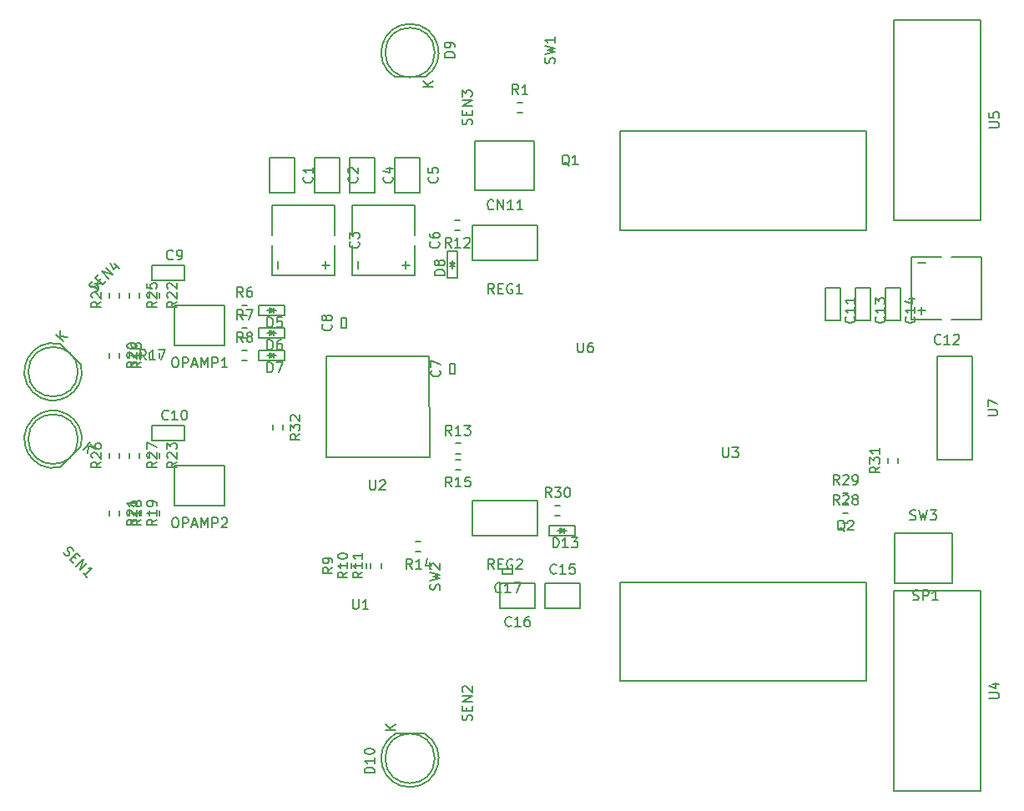
<source format=gto>
G04 #@! TF.FileFunction,Legend,Top*
%FSLAX46Y46*%
G04 Gerber Fmt 4.6, Leading zero omitted, Abs format (unit mm)*
G04 Created by KiCad (PCBNEW 4.0.1-stable) date 2018年08月25日 土曜日 19:37:46*
%MOMM*%
G01*
G04 APERTURE LIST*
%ADD10C,0.100000*%
%ADD11C,0.150000*%
G04 APERTURE END LIST*
D10*
D11*
X-26924000Y-6350000D02*
X-26924000Y-2794000D01*
X-29464000Y-2794000D02*
X-26924000Y-2794000D01*
X-29464000Y-6350000D02*
X-26924000Y-6350000D01*
X-26924000Y-6350000D02*
X-29464000Y-6350000D01*
X-29464000Y-6350000D02*
X-29464000Y-2794000D01*
X-29464000Y-2794000D02*
X-29464000Y-6350000D01*
X-22352000Y-6350000D02*
X-22352000Y-2794000D01*
X-24892000Y-2794000D02*
X-22352000Y-2794000D01*
X-24892000Y-6350000D02*
X-22352000Y-6350000D01*
X-22352000Y-6350000D02*
X-24892000Y-6350000D01*
X-24892000Y-6350000D02*
X-24892000Y-2794000D01*
X-24892000Y-2794000D02*
X-24892000Y-6350000D01*
X-29210000Y-7620000D02*
X-22860000Y-7620000D01*
X-22860000Y-14732000D02*
X-22860000Y-11684000D01*
X-29210000Y-14732000D02*
X-22860000Y-14732000D01*
X-22860000Y-10668000D02*
X-22860000Y-7620000D01*
X-29210000Y-11684000D02*
X-29210000Y-14732000D01*
X-29210000Y-10668000D02*
X-29210000Y-7620000D01*
X-18796000Y-6350000D02*
X-18796000Y-2794000D01*
X-21336000Y-2794000D02*
X-18796000Y-2794000D01*
X-21336000Y-6350000D02*
X-18796000Y-6350000D01*
X-18796000Y-6350000D02*
X-21336000Y-6350000D01*
X-21336000Y-6350000D02*
X-21336000Y-2794000D01*
X-21336000Y-2794000D02*
X-21336000Y-6350000D01*
X-14224000Y-6350000D02*
X-14224000Y-2794000D01*
X-16764000Y-2794000D02*
X-14224000Y-2794000D01*
X-16764000Y-6350000D02*
X-14224000Y-6350000D01*
X-14224000Y-6350000D02*
X-16764000Y-6350000D01*
X-16764000Y-6350000D02*
X-16764000Y-2794000D01*
X-16764000Y-2794000D02*
X-16764000Y-6350000D01*
X-21082000Y-7620000D02*
X-14732000Y-7620000D01*
X-14732000Y-14732000D02*
X-14732000Y-11684000D01*
X-21082000Y-14732000D02*
X-14732000Y-14732000D01*
X-14732000Y-10668000D02*
X-14732000Y-7620000D01*
X-21082000Y-11684000D02*
X-21082000Y-14732000D01*
X-21082000Y-10668000D02*
X-21082000Y-7620000D01*
X-11201400Y-23723600D02*
X-11201400Y-24739600D01*
X-10693400Y-24739600D02*
X-10693400Y-23723600D01*
X-10693400Y-24739600D02*
X-11201400Y-24739600D01*
X-10693400Y-23723600D02*
X-10693400Y-24739600D01*
X-10693400Y-23723600D02*
X-11201400Y-23723600D01*
X-10693400Y-23723600D02*
X-11201400Y-23723600D01*
X-11201400Y-23723600D02*
X-10693400Y-23723600D01*
X-22225000Y-19050000D02*
X-22225000Y-20066000D01*
X-21717000Y-20066000D02*
X-21717000Y-19050000D01*
X-21717000Y-20066000D02*
X-22225000Y-20066000D01*
X-21717000Y-19050000D02*
X-21717000Y-20066000D01*
X-21717000Y-19050000D02*
X-22225000Y-19050000D01*
X-21717000Y-19050000D02*
X-22225000Y-19050000D01*
X-22225000Y-19050000D02*
X-21717000Y-19050000D01*
X-41402000Y-15240000D02*
X-41402000Y-13716000D01*
X-38100000Y-15240000D02*
X-41402000Y-15240000D01*
X-38100000Y-13716000D02*
X-38100000Y-15240000D01*
X-38100000Y-13716000D02*
X-41402000Y-13716000D01*
X-41402000Y-31496000D02*
X-41402000Y-29972000D01*
X-38100000Y-31496000D02*
X-41402000Y-31496000D01*
X-38100000Y-29972000D02*
X-38100000Y-31496000D01*
X-38100000Y-29972000D02*
X-41402000Y-29972000D01*
X26924000Y-16002000D02*
X28448000Y-16002000D01*
X26924000Y-19304000D02*
X26924000Y-16002000D01*
X28448000Y-19304000D02*
X26924000Y-19304000D01*
X28448000Y-19304000D02*
X28448000Y-16002000D01*
X42773600Y-12903200D02*
X42773600Y-19253200D01*
X35661600Y-19253200D02*
X38709600Y-19253200D01*
X35661600Y-12903200D02*
X35661600Y-19253200D01*
X39725600Y-19253200D02*
X42773600Y-19253200D01*
X38709600Y-12903200D02*
X35661600Y-12903200D01*
X39725600Y-12903200D02*
X42773600Y-12903200D01*
X29972000Y-16002000D02*
X31496000Y-16002000D01*
X29972000Y-19304000D02*
X29972000Y-16002000D01*
X31496000Y-19304000D02*
X29972000Y-19304000D01*
X31496000Y-19304000D02*
X31496000Y-16002000D01*
X33020000Y-16002000D02*
X34544000Y-16002000D01*
X33020000Y-19304000D02*
X33020000Y-16002000D01*
X34544000Y-19304000D02*
X33020000Y-19304000D01*
X34544000Y-19304000D02*
X34544000Y-16002000D01*
X2032000Y-45974000D02*
X-1524000Y-45974000D01*
X-1524000Y-48514000D02*
X-1524000Y-45974000D01*
X2032000Y-48514000D02*
X2032000Y-45974000D01*
X2032000Y-45974000D02*
X2032000Y-48514000D01*
X2032000Y-48514000D02*
X-1524000Y-48514000D01*
X-1524000Y-48514000D02*
X2032000Y-48514000D01*
X-6096000Y-48514000D02*
X-2540000Y-48514000D01*
X-2540000Y-45974000D02*
X-2540000Y-48514000D01*
X-6096000Y-45974000D02*
X-6096000Y-48514000D01*
X-6096000Y-48514000D02*
X-6096000Y-45974000D01*
X-6096000Y-45974000D02*
X-2540000Y-45974000D01*
X-2540000Y-45974000D02*
X-6096000Y-45974000D01*
X-5842000Y-45085000D02*
X-4826000Y-45085000D01*
X-4826000Y-44577000D02*
X-5842000Y-44577000D01*
X-4826000Y-44577000D02*
X-4826000Y-45085000D01*
X-5842000Y-44577000D02*
X-4826000Y-44577000D01*
X-5842000Y-44577000D02*
X-5842000Y-45085000D01*
X-5842000Y-44577000D02*
X-5842000Y-45085000D01*
X-5842000Y-45085000D02*
X-5842000Y-44577000D01*
X-2638000Y-1062000D02*
X-2638000Y-6062000D01*
X-8638000Y-1062000D02*
X-8638000Y-6062000D01*
X-5638000Y-6062000D02*
X-8638000Y-6062000D01*
X-5638000Y-6062000D02*
X-2638000Y-6062000D01*
X-5638000Y-1062000D02*
X-8638000Y-1062000D01*
X-5638000Y-1062000D02*
X-2638000Y-1062000D01*
X-29337000Y-18415000D02*
X-29337000Y-18161000D01*
X-29464000Y-18034000D02*
X-29464000Y-18542000D01*
X-29083000Y-18288000D02*
X-29464000Y-18542000D01*
X-29083000Y-18288000D02*
X-29464000Y-18034000D01*
X-29083000Y-18034000D02*
X-29083000Y-18542000D01*
X-29718000Y-18288000D02*
X-28829000Y-18288000D01*
X-30607000Y-18796000D02*
X-27940000Y-18796000D01*
X-27940000Y-17780000D02*
X-27940000Y-18796000D01*
X-27940000Y-17780000D02*
X-30607000Y-17780000D01*
X-30607000Y-17780000D02*
X-27940000Y-17780000D01*
X-30607000Y-17780000D02*
X-30607000Y-18796000D01*
X-29337000Y-20701000D02*
X-29337000Y-20447000D01*
X-29464000Y-20320000D02*
X-29464000Y-20828000D01*
X-29083000Y-20574000D02*
X-29464000Y-20828000D01*
X-29083000Y-20574000D02*
X-29464000Y-20320000D01*
X-29083000Y-20320000D02*
X-29083000Y-20828000D01*
X-29718000Y-20574000D02*
X-28829000Y-20574000D01*
X-30607000Y-21082000D02*
X-27940000Y-21082000D01*
X-27940000Y-20066000D02*
X-27940000Y-21082000D01*
X-27940000Y-20066000D02*
X-30607000Y-20066000D01*
X-30607000Y-20066000D02*
X-27940000Y-20066000D01*
X-30607000Y-20066000D02*
X-30607000Y-21082000D01*
X-29337000Y-22987000D02*
X-29337000Y-22733000D01*
X-29464000Y-22606000D02*
X-29464000Y-23114000D01*
X-29083000Y-22860000D02*
X-29464000Y-23114000D01*
X-29083000Y-22860000D02*
X-29464000Y-22606000D01*
X-29083000Y-22606000D02*
X-29083000Y-23114000D01*
X-29718000Y-22860000D02*
X-28829000Y-22860000D01*
X-30607000Y-23368000D02*
X-27940000Y-23368000D01*
X-27940000Y-22352000D02*
X-27940000Y-23368000D01*
X-27940000Y-22352000D02*
X-30607000Y-22352000D01*
X-30607000Y-22352000D02*
X-27940000Y-22352000D01*
X-30607000Y-22352000D02*
X-30607000Y-23368000D01*
X-11049000Y-13589000D02*
X-10795000Y-13589000D01*
X-10668000Y-13462000D02*
X-11176000Y-13462000D01*
X-10922000Y-13843000D02*
X-11176000Y-13462000D01*
X-10922000Y-13843000D02*
X-10668000Y-13462000D01*
X-10668000Y-13843000D02*
X-11176000Y-13843000D01*
X-10922000Y-13208000D02*
X-10922000Y-14097000D01*
X-11430000Y-12319000D02*
X-11430000Y-14986000D01*
X-10414000Y-14986000D02*
X-11430000Y-14986000D01*
X-10414000Y-14986000D02*
X-10414000Y-12319000D01*
X-10414000Y-12319000D02*
X-10414000Y-14986000D01*
X-10414000Y-12319000D02*
X-11430000Y-12319000D01*
X-13715096Y5389112D02*
G75*
G03X-16740000Y5374000I-1524904J2484888D01*
G01*
X-13740000Y5374000D02*
X-16740000Y5374000D01*
X-12722064Y7874000D02*
G75*
G03X-12722064Y7874000I-2517936J0D01*
G01*
X-16764904Y-61269112D02*
G75*
G03X-13740000Y-61254000I1524904J-2484888D01*
G01*
X-16740000Y-61254000D02*
X-13740000Y-61254000D01*
X-12722064Y-63754000D02*
G75*
G03X-12722064Y-63754000I-2517936J0D01*
G01*
X-50765215Y-21684674D02*
G75*
G03X-48615598Y-23812919I-678811J-2835352D01*
G01*
X-50736919Y-21691598D02*
X-48615598Y-23812919D01*
X-48926090Y-24520026D02*
G75*
G03X-48926090Y-24520026I-2517936J0D01*
G01*
X-48608674Y-32038785D02*
G75*
G03X-50736919Y-34188402I-2835352J678811D01*
G01*
X-48615598Y-32067081D02*
X-50736919Y-34188402D01*
X-48926090Y-31359974D02*
G75*
G03X-48926090Y-31359974I-2517936J0D01*
G01*
X127000Y-40767000D02*
X127000Y-40513000D01*
X0Y-40386000D02*
X0Y-40894000D01*
X381000Y-40640000D02*
X0Y-40894000D01*
X381000Y-40640000D02*
X0Y-40386000D01*
X381000Y-40386000D02*
X381000Y-40894000D01*
X-254000Y-40640000D02*
X635000Y-40640000D01*
X-1143000Y-41148000D02*
X1524000Y-41148000D01*
X1524000Y-40132000D02*
X1524000Y-41148000D01*
X1524000Y-40132000D02*
X-1143000Y-40132000D01*
X-1143000Y-40132000D02*
X1524000Y-40132000D01*
X-1143000Y-40132000D02*
X-1143000Y-41148000D01*
X-39116000Y-21844000D02*
X-34036000Y-21844000D01*
X-34036000Y-17780000D02*
X-34036000Y-21844000D01*
X-39116000Y-17780000D02*
X-34036000Y-17780000D01*
X-39116000Y-17780000D02*
X-39116000Y-21844000D01*
X-39116000Y-38100000D02*
X-34036000Y-38100000D01*
X-34036000Y-34036000D02*
X-34036000Y-38100000D01*
X-39116000Y-34036000D02*
X-34036000Y-34036000D01*
X-39116000Y-34036000D02*
X-39116000Y-38100000D01*
X-3814000Y2811000D02*
X-4314000Y2811000D01*
X-4314000Y1761000D02*
X-3814000Y1761000D01*
X-31754000Y-17763000D02*
X-32254000Y-17763000D01*
X-32254000Y-18813000D02*
X-31754000Y-18813000D01*
X-31754000Y-20049000D02*
X-32254000Y-20049000D01*
X-32254000Y-21099000D02*
X-31754000Y-21099000D01*
X-31754000Y-22335000D02*
X-32254000Y-22335000D01*
X-32254000Y-23385000D02*
X-31754000Y-23385000D01*
X-22267400Y-43946000D02*
X-22267400Y-44446000D01*
X-21217400Y-44446000D02*
X-21217400Y-43946000D01*
X-20743400Y-43946000D02*
X-20743400Y-44446000D01*
X-19693400Y-44446000D02*
X-19693400Y-43946000D01*
X-19219400Y-43946000D02*
X-19219400Y-44446000D01*
X-18169400Y-44446000D02*
X-18169400Y-43946000D01*
X-10664000Y-10177000D02*
X-10164000Y-10177000D01*
X-10164000Y-9127000D02*
X-10664000Y-9127000D01*
X-10113200Y-31783800D02*
X-10613200Y-31783800D01*
X-10613200Y-32833800D02*
X-10113200Y-32833800D01*
X-14626400Y-42790600D02*
X-14126400Y-42790600D01*
X-14126400Y-41740600D02*
X-14626400Y-41740600D01*
X-10613200Y-34459400D02*
X-10113200Y-34459400D01*
X-10113200Y-33409400D02*
X-10613200Y-33409400D01*
X-41673000Y-22610000D02*
X-41673000Y-23110000D01*
X-40623000Y-23110000D02*
X-40623000Y-22610000D01*
X-42655000Y-23110000D02*
X-42655000Y-22610000D01*
X-43705000Y-22610000D02*
X-43705000Y-23110000D01*
X-41673000Y-38612000D02*
X-41673000Y-39112000D01*
X-40623000Y-39112000D02*
X-40623000Y-38612000D01*
X-42655000Y-39112000D02*
X-42655000Y-38612000D01*
X-43705000Y-38612000D02*
X-43705000Y-39112000D01*
X-44687000Y-23110000D02*
X-44687000Y-22610000D01*
X-45737000Y-22610000D02*
X-45737000Y-23110000D01*
X-44687000Y-39112000D02*
X-44687000Y-38612000D01*
X-45737000Y-38612000D02*
X-45737000Y-39112000D01*
X-40623000Y-17014000D02*
X-40623000Y-16514000D01*
X-41673000Y-16514000D02*
X-41673000Y-17014000D01*
X-40623000Y-33270000D02*
X-40623000Y-32770000D01*
X-41673000Y-32770000D02*
X-41673000Y-33270000D01*
X-45737000Y-16514000D02*
X-45737000Y-17014000D01*
X-44687000Y-17014000D02*
X-44687000Y-16514000D01*
X-42655000Y-17014000D02*
X-42655000Y-16514000D01*
X-43705000Y-16514000D02*
X-43705000Y-17014000D01*
X-45737000Y-32770000D02*
X-45737000Y-33270000D01*
X-44687000Y-33270000D02*
X-44687000Y-32770000D01*
X-42655000Y-33270000D02*
X-42655000Y-32770000D01*
X-43705000Y-32770000D02*
X-43705000Y-33270000D01*
X29206000Y-38845000D02*
X28706000Y-38845000D01*
X28706000Y-39895000D02*
X29206000Y-39895000D01*
X29206000Y-36813000D02*
X28706000Y-36813000D01*
X28706000Y-37863000D02*
X29206000Y-37863000D01*
X-4000Y-38083000D02*
X-504000Y-38083000D01*
X-504000Y-39133000D02*
X-4000Y-39133000D01*
X33257000Y-33278000D02*
X33257000Y-33778000D01*
X34307000Y-33778000D02*
X34307000Y-33278000D01*
X-28126200Y-30425200D02*
X-28126200Y-29925200D01*
X-29176200Y-29925200D02*
X-29176200Y-30425200D01*
X-8890000Y-13208000D02*
X-2286000Y-13208000D01*
X-2286000Y-9652000D02*
X-2286000Y-13208000D01*
X-8890000Y-9652000D02*
X-2286000Y-9652000D01*
X-8890000Y-9652000D02*
X-8890000Y-13208000D01*
X-8890000Y-41148000D02*
X-2286000Y-41148000D01*
X-2286000Y-37592000D02*
X-2286000Y-41148000D01*
X-8890000Y-37592000D02*
X-2286000Y-37592000D01*
X-8890000Y-37592000D02*
X-8890000Y-41148000D01*
X33909000Y-45974000D02*
X39751000Y-45974000D01*
X33909000Y-40894000D02*
X39751000Y-40894000D01*
X39751000Y-40894000D02*
X39751000Y-45974000D01*
X33909000Y-40894000D02*
X33909000Y-45974000D01*
X-13342000Y-22960000D02*
X-22542000Y-22960000D01*
X-13242000Y-33160000D02*
X-13342000Y-22960000D01*
X-23742000Y-33160000D02*
X-13242000Y-33160000D01*
X-23742000Y-22960000D02*
X-23742000Y-33160000D01*
X-22542000Y-22960000D02*
X-23742000Y-22960000D01*
X33872000Y-67056000D02*
X33872000Y-46736000D01*
X42672000Y-46736000D02*
X33872000Y-46736000D01*
X42672000Y-67056000D02*
X33872000Y-67056000D01*
X42672000Y-67056000D02*
X42672000Y-46736000D01*
X33872000Y-9144000D02*
X33872000Y11176000D01*
X42672000Y11176000D02*
X33872000Y11176000D01*
X42672000Y-9144000D02*
X33872000Y-9144000D01*
X42672000Y-9144000D02*
X42672000Y11176000D01*
X38284000Y-33444000D02*
X41784000Y-33444000D01*
X38284000Y-22944000D02*
X41784000Y-22944000D01*
X41784000Y-28194000D02*
X41784000Y-22944000D01*
X41784000Y-28194000D02*
X41784000Y-33444000D01*
X38284000Y-28194000D02*
X38284000Y-33444000D01*
X38284000Y-31544000D02*
X38284000Y-28194000D01*
X38284000Y-28194000D02*
X38284000Y-22944000D01*
X6045200Y-10127000D02*
X31045200Y-10127000D01*
X31045200Y-127000D02*
X31045200Y-10127000D01*
X6045200Y-127000D02*
X31045200Y-127000D01*
X6045200Y-127000D02*
X6045200Y-10127000D01*
X6045200Y-55872400D02*
X31045200Y-55872400D01*
X31045200Y-45872400D02*
X31045200Y-55872400D01*
X6045200Y-45872400D02*
X31045200Y-45872400D01*
X6045200Y-45872400D02*
X6045200Y-55872400D01*
X-25169857Y-4738666D02*
X-25122238Y-4786285D01*
X-25074619Y-4929142D01*
X-25074619Y-5024380D01*
X-25122238Y-5167238D01*
X-25217476Y-5262476D01*
X-25312714Y-5310095D01*
X-25503190Y-5357714D01*
X-25646048Y-5357714D01*
X-25836524Y-5310095D01*
X-25931762Y-5262476D01*
X-26027000Y-5167238D01*
X-26074619Y-5024380D01*
X-26074619Y-4929142D01*
X-26027000Y-4786285D01*
X-25979381Y-4738666D01*
X-25074619Y-3786285D02*
X-25074619Y-4357714D01*
X-25074619Y-4072000D02*
X-26074619Y-4072000D01*
X-25931762Y-4167238D01*
X-25836524Y-4262476D01*
X-25788905Y-4357714D01*
X-20597857Y-4738666D02*
X-20550238Y-4786285D01*
X-20502619Y-4929142D01*
X-20502619Y-5024380D01*
X-20550238Y-5167238D01*
X-20645476Y-5262476D01*
X-20740714Y-5310095D01*
X-20931190Y-5357714D01*
X-21074048Y-5357714D01*
X-21264524Y-5310095D01*
X-21359762Y-5262476D01*
X-21455000Y-5167238D01*
X-21502619Y-5024380D01*
X-21502619Y-4929142D01*
X-21455000Y-4786285D01*
X-21407381Y-4738666D01*
X-21407381Y-4357714D02*
X-21455000Y-4310095D01*
X-21502619Y-4214857D01*
X-21502619Y-3976761D01*
X-21455000Y-3881523D01*
X-21407381Y-3833904D01*
X-21312143Y-3786285D01*
X-21216905Y-3786285D01*
X-21074048Y-3833904D01*
X-20502619Y-4405333D01*
X-20502619Y-3786285D01*
X-20470857Y-11342666D02*
X-20423238Y-11390285D01*
X-20375619Y-11533142D01*
X-20375619Y-11628380D01*
X-20423238Y-11771238D01*
X-20518476Y-11866476D01*
X-20613714Y-11914095D01*
X-20804190Y-11961714D01*
X-20947048Y-11961714D01*
X-21137524Y-11914095D01*
X-21232762Y-11866476D01*
X-21328000Y-11771238D01*
X-21375619Y-11628380D01*
X-21375619Y-11533142D01*
X-21328000Y-11390285D01*
X-21280381Y-11342666D01*
X-21375619Y-11009333D02*
X-21375619Y-10390285D01*
X-20994667Y-10723619D01*
X-20994667Y-10580761D01*
X-20947048Y-10485523D01*
X-20899429Y-10437904D01*
X-20804190Y-10390285D01*
X-20566095Y-10390285D01*
X-20470857Y-10437904D01*
X-20423238Y-10485523D01*
X-20375619Y-10580761D01*
X-20375619Y-10866476D01*
X-20423238Y-10961714D01*
X-20470857Y-11009333D01*
X-23804571Y-14096952D02*
X-23804571Y-13335047D01*
X-23423619Y-13715999D02*
X-24185524Y-13715999D01*
X-28630571Y-14096952D02*
X-28630571Y-13335047D01*
X-17041857Y-4738666D02*
X-16994238Y-4786285D01*
X-16946619Y-4929142D01*
X-16946619Y-5024380D01*
X-16994238Y-5167238D01*
X-17089476Y-5262476D01*
X-17184714Y-5310095D01*
X-17375190Y-5357714D01*
X-17518048Y-5357714D01*
X-17708524Y-5310095D01*
X-17803762Y-5262476D01*
X-17899000Y-5167238D01*
X-17946619Y-5024380D01*
X-17946619Y-4929142D01*
X-17899000Y-4786285D01*
X-17851381Y-4738666D01*
X-17613286Y-3881523D02*
X-16946619Y-3881523D01*
X-17994238Y-4119619D02*
X-17279952Y-4357714D01*
X-17279952Y-3738666D01*
X-12469857Y-4738666D02*
X-12422238Y-4786285D01*
X-12374619Y-4929142D01*
X-12374619Y-5024380D01*
X-12422238Y-5167238D01*
X-12517476Y-5262476D01*
X-12612714Y-5310095D01*
X-12803190Y-5357714D01*
X-12946048Y-5357714D01*
X-13136524Y-5310095D01*
X-13231762Y-5262476D01*
X-13327000Y-5167238D01*
X-13374619Y-5024380D01*
X-13374619Y-4929142D01*
X-13327000Y-4786285D01*
X-13279381Y-4738666D01*
X-13374619Y-3833904D02*
X-13374619Y-4310095D01*
X-12898429Y-4357714D01*
X-12946048Y-4310095D01*
X-12993667Y-4214857D01*
X-12993667Y-3976761D01*
X-12946048Y-3881523D01*
X-12898429Y-3833904D01*
X-12803190Y-3786285D01*
X-12565095Y-3786285D01*
X-12469857Y-3833904D01*
X-12422238Y-3881523D01*
X-12374619Y-3976761D01*
X-12374619Y-4214857D01*
X-12422238Y-4310095D01*
X-12469857Y-4357714D01*
X-12342857Y-11342666D02*
X-12295238Y-11390285D01*
X-12247619Y-11533142D01*
X-12247619Y-11628380D01*
X-12295238Y-11771238D01*
X-12390476Y-11866476D01*
X-12485714Y-11914095D01*
X-12676190Y-11961714D01*
X-12819048Y-11961714D01*
X-13009524Y-11914095D01*
X-13104762Y-11866476D01*
X-13200000Y-11771238D01*
X-13247619Y-11628380D01*
X-13247619Y-11533142D01*
X-13200000Y-11390285D01*
X-13152381Y-11342666D01*
X-13247619Y-10485523D02*
X-13247619Y-10676000D01*
X-13200000Y-10771238D01*
X-13152381Y-10818857D01*
X-13009524Y-10914095D01*
X-12819048Y-10961714D01*
X-12438095Y-10961714D01*
X-12342857Y-10914095D01*
X-12295238Y-10866476D01*
X-12247619Y-10771238D01*
X-12247619Y-10580761D01*
X-12295238Y-10485523D01*
X-12342857Y-10437904D01*
X-12438095Y-10390285D01*
X-12676190Y-10390285D01*
X-12771429Y-10437904D01*
X-12819048Y-10485523D01*
X-12866667Y-10580761D01*
X-12866667Y-10771238D01*
X-12819048Y-10866476D01*
X-12771429Y-10914095D01*
X-12676190Y-10961714D01*
X-15676571Y-14096952D02*
X-15676571Y-13335047D01*
X-15295619Y-13715999D02*
X-16057524Y-13715999D01*
X-20502571Y-14096952D02*
X-20502571Y-13335047D01*
X-12233257Y-24398266D02*
X-12185638Y-24445885D01*
X-12138019Y-24588742D01*
X-12138019Y-24683980D01*
X-12185638Y-24826838D01*
X-12280876Y-24922076D01*
X-12376114Y-24969695D01*
X-12566590Y-25017314D01*
X-12709448Y-25017314D01*
X-12899924Y-24969695D01*
X-12995162Y-24922076D01*
X-13090400Y-24826838D01*
X-13138019Y-24683980D01*
X-13138019Y-24588742D01*
X-13090400Y-24445885D01*
X-13042781Y-24398266D01*
X-13138019Y-24064933D02*
X-13138019Y-23398266D01*
X-12138019Y-23826838D01*
X-23256857Y-19724666D02*
X-23209238Y-19772285D01*
X-23161619Y-19915142D01*
X-23161619Y-20010380D01*
X-23209238Y-20153238D01*
X-23304476Y-20248476D01*
X-23399714Y-20296095D01*
X-23590190Y-20343714D01*
X-23733048Y-20343714D01*
X-23923524Y-20296095D01*
X-24018762Y-20248476D01*
X-24114000Y-20153238D01*
X-24161619Y-20010380D01*
X-24161619Y-19915142D01*
X-24114000Y-19772285D01*
X-24066381Y-19724666D01*
X-23733048Y-19153238D02*
X-23780667Y-19248476D01*
X-23828286Y-19296095D01*
X-23923524Y-19343714D01*
X-23971143Y-19343714D01*
X-24066381Y-19296095D01*
X-24114000Y-19248476D01*
X-24161619Y-19153238D01*
X-24161619Y-18962761D01*
X-24114000Y-18867523D01*
X-24066381Y-18819904D01*
X-23971143Y-18772285D01*
X-23923524Y-18772285D01*
X-23828286Y-18819904D01*
X-23780667Y-18867523D01*
X-23733048Y-18962761D01*
X-23733048Y-19153238D01*
X-23685429Y-19248476D01*
X-23637810Y-19296095D01*
X-23542571Y-19343714D01*
X-23352095Y-19343714D01*
X-23256857Y-19296095D01*
X-23209238Y-19248476D01*
X-23161619Y-19153238D01*
X-23161619Y-18962761D01*
X-23209238Y-18867523D01*
X-23256857Y-18819904D01*
X-23352095Y-18772285D01*
X-23542571Y-18772285D01*
X-23637810Y-18819904D01*
X-23685429Y-18867523D01*
X-23733048Y-18962761D01*
X-39282666Y-13065143D02*
X-39330285Y-13112762D01*
X-39473142Y-13160381D01*
X-39568380Y-13160381D01*
X-39711238Y-13112762D01*
X-39806476Y-13017524D01*
X-39854095Y-12922286D01*
X-39901714Y-12731810D01*
X-39901714Y-12588952D01*
X-39854095Y-12398476D01*
X-39806476Y-12303238D01*
X-39711238Y-12208000D01*
X-39568380Y-12160381D01*
X-39473142Y-12160381D01*
X-39330285Y-12208000D01*
X-39282666Y-12255619D01*
X-38806476Y-13160381D02*
X-38616000Y-13160381D01*
X-38520761Y-13112762D01*
X-38473142Y-13065143D01*
X-38377904Y-12922286D01*
X-38330285Y-12731810D01*
X-38330285Y-12350857D01*
X-38377904Y-12255619D01*
X-38425523Y-12208000D01*
X-38520761Y-12160381D01*
X-38711238Y-12160381D01*
X-38806476Y-12208000D01*
X-38854095Y-12255619D01*
X-38901714Y-12350857D01*
X-38901714Y-12588952D01*
X-38854095Y-12684190D01*
X-38806476Y-12731810D01*
X-38711238Y-12779429D01*
X-38520761Y-12779429D01*
X-38425523Y-12731810D01*
X-38377904Y-12684190D01*
X-38330285Y-12588952D01*
X-39758857Y-29321143D02*
X-39806476Y-29368762D01*
X-39949333Y-29416381D01*
X-40044571Y-29416381D01*
X-40187429Y-29368762D01*
X-40282667Y-29273524D01*
X-40330286Y-29178286D01*
X-40377905Y-28987810D01*
X-40377905Y-28844952D01*
X-40330286Y-28654476D01*
X-40282667Y-28559238D01*
X-40187429Y-28464000D01*
X-40044571Y-28416381D01*
X-39949333Y-28416381D01*
X-39806476Y-28464000D01*
X-39758857Y-28511619D01*
X-38806476Y-29416381D02*
X-39377905Y-29416381D01*
X-39092191Y-29416381D02*
X-39092191Y-28416381D01*
X-39187429Y-28559238D01*
X-39282667Y-28654476D01*
X-39377905Y-28702095D01*
X-38187429Y-28416381D02*
X-38092190Y-28416381D01*
X-37996952Y-28464000D01*
X-37949333Y-28511619D01*
X-37901714Y-28606857D01*
X-37854095Y-28797333D01*
X-37854095Y-29035429D01*
X-37901714Y-29225905D01*
X-37949333Y-29321143D01*
X-37996952Y-29368762D01*
X-38092190Y-29416381D01*
X-38187429Y-29416381D01*
X-38282667Y-29368762D01*
X-38330286Y-29321143D01*
X-38377905Y-29225905D01*
X-38425524Y-29035429D01*
X-38425524Y-28797333D01*
X-38377905Y-28606857D01*
X-38330286Y-28511619D01*
X-38282667Y-28464000D01*
X-38187429Y-28416381D01*
X29813143Y-18930857D02*
X29860762Y-18978476D01*
X29908381Y-19121333D01*
X29908381Y-19216571D01*
X29860762Y-19359429D01*
X29765524Y-19454667D01*
X29670286Y-19502286D01*
X29479810Y-19549905D01*
X29336952Y-19549905D01*
X29146476Y-19502286D01*
X29051238Y-19454667D01*
X28956000Y-19359429D01*
X28908381Y-19216571D01*
X28908381Y-19121333D01*
X28956000Y-18978476D01*
X29003619Y-18930857D01*
X29908381Y-17978476D02*
X29908381Y-18549905D01*
X29908381Y-18264191D02*
X28908381Y-18264191D01*
X29051238Y-18359429D01*
X29146476Y-18454667D01*
X29194095Y-18549905D01*
X29908381Y-17026095D02*
X29908381Y-17597524D01*
X29908381Y-17311810D02*
X28908381Y-17311810D01*
X29051238Y-17407048D01*
X29146476Y-17502286D01*
X29194095Y-17597524D01*
X38574743Y-21642343D02*
X38527124Y-21689962D01*
X38384267Y-21737581D01*
X38289029Y-21737581D01*
X38146171Y-21689962D01*
X38050933Y-21594724D01*
X38003314Y-21499486D01*
X37955695Y-21309010D01*
X37955695Y-21166152D01*
X38003314Y-20975676D01*
X38050933Y-20880438D01*
X38146171Y-20785200D01*
X38289029Y-20737581D01*
X38384267Y-20737581D01*
X38527124Y-20785200D01*
X38574743Y-20832819D01*
X39527124Y-21737581D02*
X38955695Y-21737581D01*
X39241409Y-21737581D02*
X39241409Y-20737581D01*
X39146171Y-20880438D01*
X39050933Y-20975676D01*
X38955695Y-21023295D01*
X39908076Y-20832819D02*
X39955695Y-20785200D01*
X40050933Y-20737581D01*
X40289029Y-20737581D01*
X40384267Y-20785200D01*
X40431886Y-20832819D01*
X40479505Y-20928057D01*
X40479505Y-21023295D01*
X40431886Y-21166152D01*
X39860457Y-21737581D01*
X40479505Y-21737581D01*
X36296648Y-18308629D02*
X37058553Y-18308629D01*
X36677601Y-18689581D02*
X36677601Y-17927676D01*
X36296648Y-13482629D02*
X37058553Y-13482629D01*
X32861143Y-18930857D02*
X32908762Y-18978476D01*
X32956381Y-19121333D01*
X32956381Y-19216571D01*
X32908762Y-19359429D01*
X32813524Y-19454667D01*
X32718286Y-19502286D01*
X32527810Y-19549905D01*
X32384952Y-19549905D01*
X32194476Y-19502286D01*
X32099238Y-19454667D01*
X32004000Y-19359429D01*
X31956381Y-19216571D01*
X31956381Y-19121333D01*
X32004000Y-18978476D01*
X32051619Y-18930857D01*
X32956381Y-17978476D02*
X32956381Y-18549905D01*
X32956381Y-18264191D02*
X31956381Y-18264191D01*
X32099238Y-18359429D01*
X32194476Y-18454667D01*
X32242095Y-18549905D01*
X31956381Y-17645143D02*
X31956381Y-17026095D01*
X32337333Y-17359429D01*
X32337333Y-17216571D01*
X32384952Y-17121333D01*
X32432571Y-17073714D01*
X32527810Y-17026095D01*
X32765905Y-17026095D01*
X32861143Y-17073714D01*
X32908762Y-17121333D01*
X32956381Y-17216571D01*
X32956381Y-17502286D01*
X32908762Y-17597524D01*
X32861143Y-17645143D01*
X35909143Y-18930857D02*
X35956762Y-18978476D01*
X36004381Y-19121333D01*
X36004381Y-19216571D01*
X35956762Y-19359429D01*
X35861524Y-19454667D01*
X35766286Y-19502286D01*
X35575810Y-19549905D01*
X35432952Y-19549905D01*
X35242476Y-19502286D01*
X35147238Y-19454667D01*
X35052000Y-19359429D01*
X35004381Y-19216571D01*
X35004381Y-19121333D01*
X35052000Y-18978476D01*
X35099619Y-18930857D01*
X36004381Y-17978476D02*
X36004381Y-18549905D01*
X36004381Y-18264191D02*
X35004381Y-18264191D01*
X35147238Y-18359429D01*
X35242476Y-18454667D01*
X35290095Y-18549905D01*
X35337714Y-17121333D02*
X36004381Y-17121333D01*
X34956762Y-17359429D02*
X35671048Y-17597524D01*
X35671048Y-16978476D01*
X-388857Y-44934143D02*
X-436476Y-44981762D01*
X-579333Y-45029381D01*
X-674571Y-45029381D01*
X-817429Y-44981762D01*
X-912667Y-44886524D01*
X-960286Y-44791286D01*
X-1007905Y-44600810D01*
X-1007905Y-44457952D01*
X-960286Y-44267476D01*
X-912667Y-44172238D01*
X-817429Y-44077000D01*
X-674571Y-44029381D01*
X-579333Y-44029381D01*
X-436476Y-44077000D01*
X-388857Y-44124619D01*
X563524Y-45029381D02*
X-7905Y-45029381D01*
X277809Y-45029381D02*
X277809Y-44029381D01*
X182571Y-44172238D01*
X87333Y-44267476D01*
X-7905Y-44315095D01*
X1468286Y-44029381D02*
X992095Y-44029381D01*
X944476Y-44505571D01*
X992095Y-44457952D01*
X1087333Y-44410333D01*
X1325429Y-44410333D01*
X1420667Y-44457952D01*
X1468286Y-44505571D01*
X1515905Y-44600810D01*
X1515905Y-44838905D01*
X1468286Y-44934143D01*
X1420667Y-44981762D01*
X1325429Y-45029381D01*
X1087333Y-45029381D01*
X992095Y-44981762D01*
X944476Y-44934143D01*
X-4960857Y-50268143D02*
X-5008476Y-50315762D01*
X-5151333Y-50363381D01*
X-5246571Y-50363381D01*
X-5389429Y-50315762D01*
X-5484667Y-50220524D01*
X-5532286Y-50125286D01*
X-5579905Y-49934810D01*
X-5579905Y-49791952D01*
X-5532286Y-49601476D01*
X-5484667Y-49506238D01*
X-5389429Y-49411000D01*
X-5246571Y-49363381D01*
X-5151333Y-49363381D01*
X-5008476Y-49411000D01*
X-4960857Y-49458619D01*
X-4008476Y-50363381D02*
X-4579905Y-50363381D01*
X-4294191Y-50363381D02*
X-4294191Y-49363381D01*
X-4389429Y-49506238D01*
X-4484667Y-49601476D01*
X-4579905Y-49649095D01*
X-3151333Y-49363381D02*
X-3341810Y-49363381D01*
X-3437048Y-49411000D01*
X-3484667Y-49458619D01*
X-3579905Y-49601476D01*
X-3627524Y-49791952D01*
X-3627524Y-50172905D01*
X-3579905Y-50268143D01*
X-3532286Y-50315762D01*
X-3437048Y-50363381D01*
X-3246571Y-50363381D01*
X-3151333Y-50315762D01*
X-3103714Y-50268143D01*
X-3056095Y-50172905D01*
X-3056095Y-49934810D01*
X-3103714Y-49839571D01*
X-3151333Y-49791952D01*
X-3246571Y-49744333D01*
X-3437048Y-49744333D01*
X-3532286Y-49791952D01*
X-3579905Y-49839571D01*
X-3627524Y-49934810D01*
X-5976857Y-46831143D02*
X-6024476Y-46878762D01*
X-6167333Y-46926381D01*
X-6262571Y-46926381D01*
X-6405429Y-46878762D01*
X-6500667Y-46783524D01*
X-6548286Y-46688286D01*
X-6595905Y-46497810D01*
X-6595905Y-46354952D01*
X-6548286Y-46164476D01*
X-6500667Y-46069238D01*
X-6405429Y-45974000D01*
X-6262571Y-45926381D01*
X-6167333Y-45926381D01*
X-6024476Y-45974000D01*
X-5976857Y-46021619D01*
X-5024476Y-46926381D02*
X-5595905Y-46926381D01*
X-5310191Y-46926381D02*
X-5310191Y-45926381D01*
X-5405429Y-46069238D01*
X-5500667Y-46164476D01*
X-5595905Y-46212095D01*
X-4691143Y-45926381D02*
X-4024476Y-45926381D01*
X-4453048Y-46926381D01*
X-6754666Y-7969143D02*
X-6802285Y-8016762D01*
X-6945142Y-8064381D01*
X-7040380Y-8064381D01*
X-7183238Y-8016762D01*
X-7278476Y-7921524D01*
X-7326095Y-7826286D01*
X-7373714Y-7635810D01*
X-7373714Y-7492952D01*
X-7326095Y-7302476D01*
X-7278476Y-7207238D01*
X-7183238Y-7112000D01*
X-7040380Y-7064381D01*
X-6945142Y-7064381D01*
X-6802285Y-7112000D01*
X-6754666Y-7159619D01*
X-6326095Y-8064381D02*
X-6326095Y-7064381D01*
X-5754666Y-8064381D01*
X-5754666Y-7064381D01*
X-4754666Y-8064381D02*
X-5326095Y-8064381D01*
X-5040381Y-8064381D02*
X-5040381Y-7064381D01*
X-5135619Y-7207238D01*
X-5230857Y-7302476D01*
X-5326095Y-7350095D01*
X-3802285Y-8064381D02*
X-4373714Y-8064381D01*
X-4088000Y-8064381D02*
X-4088000Y-7064381D01*
X-4183238Y-7207238D01*
X-4278476Y-7302476D01*
X-4373714Y-7350095D01*
X-29694095Y-20002381D02*
X-29694095Y-19002381D01*
X-29456000Y-19002381D01*
X-29313142Y-19050000D01*
X-29217904Y-19145238D01*
X-29170285Y-19240476D01*
X-29122666Y-19430952D01*
X-29122666Y-19573810D01*
X-29170285Y-19764286D01*
X-29217904Y-19859524D01*
X-29313142Y-19954762D01*
X-29456000Y-20002381D01*
X-29694095Y-20002381D01*
X-28217904Y-19002381D02*
X-28694095Y-19002381D01*
X-28741714Y-19478571D01*
X-28694095Y-19430952D01*
X-28598857Y-19383333D01*
X-28360761Y-19383333D01*
X-28265523Y-19430952D01*
X-28217904Y-19478571D01*
X-28170285Y-19573810D01*
X-28170285Y-19811905D01*
X-28217904Y-19907143D01*
X-28265523Y-19954762D01*
X-28360761Y-20002381D01*
X-28598857Y-20002381D01*
X-28694095Y-19954762D01*
X-28741714Y-19907143D01*
X-29694095Y-22288381D02*
X-29694095Y-21288381D01*
X-29456000Y-21288381D01*
X-29313142Y-21336000D01*
X-29217904Y-21431238D01*
X-29170285Y-21526476D01*
X-29122666Y-21716952D01*
X-29122666Y-21859810D01*
X-29170285Y-22050286D01*
X-29217904Y-22145524D01*
X-29313142Y-22240762D01*
X-29456000Y-22288381D01*
X-29694095Y-22288381D01*
X-28265523Y-21288381D02*
X-28456000Y-21288381D01*
X-28551238Y-21336000D01*
X-28598857Y-21383619D01*
X-28694095Y-21526476D01*
X-28741714Y-21716952D01*
X-28741714Y-22097905D01*
X-28694095Y-22193143D01*
X-28646476Y-22240762D01*
X-28551238Y-22288381D01*
X-28360761Y-22288381D01*
X-28265523Y-22240762D01*
X-28217904Y-22193143D01*
X-28170285Y-22097905D01*
X-28170285Y-21859810D01*
X-28217904Y-21764571D01*
X-28265523Y-21716952D01*
X-28360761Y-21669333D01*
X-28551238Y-21669333D01*
X-28646476Y-21716952D01*
X-28694095Y-21764571D01*
X-28741714Y-21859810D01*
X-29694095Y-24574381D02*
X-29694095Y-23574381D01*
X-29456000Y-23574381D01*
X-29313142Y-23622000D01*
X-29217904Y-23717238D01*
X-29170285Y-23812476D01*
X-29122666Y-24002952D01*
X-29122666Y-24145810D01*
X-29170285Y-24336286D01*
X-29217904Y-24431524D01*
X-29313142Y-24526762D01*
X-29456000Y-24574381D01*
X-29694095Y-24574381D01*
X-28789333Y-23574381D02*
X-28122666Y-23574381D01*
X-28551238Y-24574381D01*
X-11731619Y-14708095D02*
X-12731619Y-14708095D01*
X-12731619Y-14470000D01*
X-12684000Y-14327142D01*
X-12588762Y-14231904D01*
X-12493524Y-14184285D01*
X-12303048Y-14136666D01*
X-12160190Y-14136666D01*
X-11969714Y-14184285D01*
X-11874476Y-14231904D01*
X-11779238Y-14327142D01*
X-11731619Y-14470000D01*
X-11731619Y-14708095D01*
X-12303048Y-13565238D02*
X-12350667Y-13660476D01*
X-12398286Y-13708095D01*
X-12493524Y-13755714D01*
X-12541143Y-13755714D01*
X-12636381Y-13708095D01*
X-12684000Y-13660476D01*
X-12731619Y-13565238D01*
X-12731619Y-13374761D01*
X-12684000Y-13279523D01*
X-12636381Y-13231904D01*
X-12541143Y-13184285D01*
X-12493524Y-13184285D01*
X-12398286Y-13231904D01*
X-12350667Y-13279523D01*
X-12303048Y-13374761D01*
X-12303048Y-13565238D01*
X-12255429Y-13660476D01*
X-12207810Y-13708095D01*
X-12112571Y-13755714D01*
X-11922095Y-13755714D01*
X-11826857Y-13708095D01*
X-11779238Y-13660476D01*
X-11731619Y-13565238D01*
X-11731619Y-13374761D01*
X-11779238Y-13279523D01*
X-11826857Y-13231904D01*
X-11922095Y-13184285D01*
X-12112571Y-13184285D01*
X-12207810Y-13231904D01*
X-12255429Y-13279523D01*
X-12303048Y-13374761D01*
X-10723619Y7389905D02*
X-11723619Y7389905D01*
X-11723619Y7628000D01*
X-11676000Y7770858D01*
X-11580762Y7866096D01*
X-11485524Y7913715D01*
X-11295048Y7961334D01*
X-11152190Y7961334D01*
X-10961714Y7913715D01*
X-10866476Y7866096D01*
X-10771238Y7770858D01*
X-10723619Y7628000D01*
X-10723619Y7389905D01*
X-10723619Y8437524D02*
X-10723619Y8628000D01*
X-10771238Y8723239D01*
X-10818857Y8770858D01*
X-10961714Y8866096D01*
X-11152190Y8913715D01*
X-11533143Y8913715D01*
X-11628381Y8866096D01*
X-11676000Y8818477D01*
X-11723619Y8723239D01*
X-11723619Y8532762D01*
X-11676000Y8437524D01*
X-11628381Y8389905D01*
X-11533143Y8342286D01*
X-11295048Y8342286D01*
X-11199810Y8389905D01*
X-11152190Y8437524D01*
X-11104571Y8532762D01*
X-11104571Y8723239D01*
X-11152190Y8818477D01*
X-11199810Y8866096D01*
X-11295048Y8913715D01*
X-12882619Y4437095D02*
X-13882619Y4437095D01*
X-12882619Y5008524D02*
X-13454048Y4579952D01*
X-13882619Y5008524D02*
X-13311190Y4437095D01*
X-18851619Y-65222286D02*
X-19851619Y-65222286D01*
X-19851619Y-64984191D01*
X-19804000Y-64841333D01*
X-19708762Y-64746095D01*
X-19613524Y-64698476D01*
X-19423048Y-64650857D01*
X-19280190Y-64650857D01*
X-19089714Y-64698476D01*
X-18994476Y-64746095D01*
X-18899238Y-64841333D01*
X-18851619Y-64984191D01*
X-18851619Y-65222286D01*
X-18851619Y-63698476D02*
X-18851619Y-64269905D01*
X-18851619Y-63984191D02*
X-19851619Y-63984191D01*
X-19708762Y-64079429D01*
X-19613524Y-64174667D01*
X-19565905Y-64269905D01*
X-19851619Y-63079429D02*
X-19851619Y-62984190D01*
X-19804000Y-62888952D01*
X-19756381Y-62841333D01*
X-19661143Y-62793714D01*
X-19470667Y-62746095D01*
X-19232571Y-62746095D01*
X-19042095Y-62793714D01*
X-18946857Y-62841333D01*
X-18899238Y-62888952D01*
X-18851619Y-62984190D01*
X-18851619Y-63079429D01*
X-18899238Y-63174667D01*
X-18946857Y-63222286D01*
X-19042095Y-63269905D01*
X-19232571Y-63317524D01*
X-19470667Y-63317524D01*
X-19661143Y-63269905D01*
X-19756381Y-63222286D01*
X-19804000Y-63174667D01*
X-19851619Y-63079429D01*
X-16692619Y-60840905D02*
X-17692619Y-60840905D01*
X-16692619Y-60269476D02*
X-17264048Y-60698048D01*
X-17692619Y-60269476D02*
X-17121190Y-60840905D01*
X-50411313Y-21432999D02*
X-51118420Y-20725893D01*
X-50007252Y-21028938D02*
X-50714359Y-20927923D01*
X-50714359Y-20321831D02*
X-50714359Y-21129954D01*
X-48356999Y-32392687D02*
X-47649893Y-31685580D01*
X-47952938Y-32796748D02*
X-47851923Y-32089641D01*
X-47245831Y-32089641D02*
X-48053954Y-32089641D01*
X-706286Y-42354381D02*
X-706286Y-41354381D01*
X-468191Y-41354381D01*
X-325333Y-41402000D01*
X-230095Y-41497238D01*
X-182476Y-41592476D01*
X-134857Y-41782952D01*
X-134857Y-41925810D01*
X-182476Y-42116286D01*
X-230095Y-42211524D01*
X-325333Y-42306762D01*
X-468191Y-42354381D01*
X-706286Y-42354381D01*
X817524Y-42354381D02*
X246095Y-42354381D01*
X531809Y-42354381D02*
X531809Y-41354381D01*
X436571Y-41497238D01*
X341333Y-41592476D01*
X246095Y-41640095D01*
X1150857Y-41354381D02*
X1769905Y-41354381D01*
X1436571Y-41735333D01*
X1579429Y-41735333D01*
X1674667Y-41782952D01*
X1722286Y-41830571D01*
X1769905Y-41925810D01*
X1769905Y-42163905D01*
X1722286Y-42259143D01*
X1674667Y-42306762D01*
X1579429Y-42354381D01*
X1293714Y-42354381D01*
X1198476Y-42306762D01*
X1150857Y-42259143D01*
X-39147429Y-23074381D02*
X-38956952Y-23074381D01*
X-38861714Y-23122000D01*
X-38766476Y-23217238D01*
X-38718857Y-23407714D01*
X-38718857Y-23741048D01*
X-38766476Y-23931524D01*
X-38861714Y-24026762D01*
X-38956952Y-24074381D01*
X-39147429Y-24074381D01*
X-39242667Y-24026762D01*
X-39337905Y-23931524D01*
X-39385524Y-23741048D01*
X-39385524Y-23407714D01*
X-39337905Y-23217238D01*
X-39242667Y-23122000D01*
X-39147429Y-23074381D01*
X-38290286Y-24074381D02*
X-38290286Y-23074381D01*
X-37909333Y-23074381D01*
X-37814095Y-23122000D01*
X-37766476Y-23169619D01*
X-37718857Y-23264857D01*
X-37718857Y-23407714D01*
X-37766476Y-23502952D01*
X-37814095Y-23550571D01*
X-37909333Y-23598190D01*
X-38290286Y-23598190D01*
X-37337905Y-23788667D02*
X-36861714Y-23788667D01*
X-37433143Y-24074381D02*
X-37099810Y-23074381D01*
X-36766476Y-24074381D01*
X-36433143Y-24074381D02*
X-36433143Y-23074381D01*
X-36099809Y-23788667D01*
X-35766476Y-23074381D01*
X-35766476Y-24074381D01*
X-35290286Y-24074381D02*
X-35290286Y-23074381D01*
X-34909333Y-23074381D01*
X-34814095Y-23122000D01*
X-34766476Y-23169619D01*
X-34718857Y-23264857D01*
X-34718857Y-23407714D01*
X-34766476Y-23502952D01*
X-34814095Y-23550571D01*
X-34909333Y-23598190D01*
X-35290286Y-23598190D01*
X-33766476Y-24074381D02*
X-34337905Y-24074381D01*
X-34052191Y-24074381D02*
X-34052191Y-23074381D01*
X-34147429Y-23217238D01*
X-34242667Y-23312476D01*
X-34337905Y-23360095D01*
X-39147429Y-39330381D02*
X-38956952Y-39330381D01*
X-38861714Y-39378000D01*
X-38766476Y-39473238D01*
X-38718857Y-39663714D01*
X-38718857Y-39997048D01*
X-38766476Y-40187524D01*
X-38861714Y-40282762D01*
X-38956952Y-40330381D01*
X-39147429Y-40330381D01*
X-39242667Y-40282762D01*
X-39337905Y-40187524D01*
X-39385524Y-39997048D01*
X-39385524Y-39663714D01*
X-39337905Y-39473238D01*
X-39242667Y-39378000D01*
X-39147429Y-39330381D01*
X-38290286Y-40330381D02*
X-38290286Y-39330381D01*
X-37909333Y-39330381D01*
X-37814095Y-39378000D01*
X-37766476Y-39425619D01*
X-37718857Y-39520857D01*
X-37718857Y-39663714D01*
X-37766476Y-39758952D01*
X-37814095Y-39806571D01*
X-37909333Y-39854190D01*
X-38290286Y-39854190D01*
X-37337905Y-40044667D02*
X-36861714Y-40044667D01*
X-37433143Y-40330381D02*
X-37099810Y-39330381D01*
X-36766476Y-40330381D01*
X-36433143Y-40330381D02*
X-36433143Y-39330381D01*
X-36099809Y-40044667D01*
X-35766476Y-39330381D01*
X-35766476Y-40330381D01*
X-35290286Y-40330381D02*
X-35290286Y-39330381D01*
X-34909333Y-39330381D01*
X-34814095Y-39378000D01*
X-34766476Y-39425619D01*
X-34718857Y-39520857D01*
X-34718857Y-39663714D01*
X-34766476Y-39758952D01*
X-34814095Y-39806571D01*
X-34909333Y-39854190D01*
X-35290286Y-39854190D01*
X-34337905Y-39425619D02*
X-34290286Y-39378000D01*
X-34195048Y-39330381D01*
X-33956952Y-39330381D01*
X-33861714Y-39378000D01*
X-33814095Y-39425619D01*
X-33766476Y-39520857D01*
X-33766476Y-39616095D01*
X-33814095Y-39758952D01*
X-34385524Y-40330381D01*
X-33766476Y-40330381D01*
X920762Y-3603619D02*
X825524Y-3556000D01*
X730286Y-3460762D01*
X587429Y-3317905D01*
X492190Y-3270286D01*
X396952Y-3270286D01*
X444571Y-3508381D02*
X349333Y-3460762D01*
X254095Y-3365524D01*
X206476Y-3175048D01*
X206476Y-2841714D01*
X254095Y-2651238D01*
X349333Y-2556000D01*
X444571Y-2508381D01*
X635048Y-2508381D01*
X730286Y-2556000D01*
X825524Y-2651238D01*
X873143Y-2841714D01*
X873143Y-3175048D01*
X825524Y-3365524D01*
X730286Y-3460762D01*
X635048Y-3508381D01*
X444571Y-3508381D01*
X1825524Y-3508381D02*
X1254095Y-3508381D01*
X1539809Y-3508381D02*
X1539809Y-2508381D01*
X1444571Y-2651238D01*
X1349333Y-2746476D01*
X1254095Y-2794095D01*
X28860762Y-40687619D02*
X28765524Y-40640000D01*
X28670286Y-40544762D01*
X28527429Y-40401905D01*
X28432190Y-40354286D01*
X28336952Y-40354286D01*
X28384571Y-40592381D02*
X28289333Y-40544762D01*
X28194095Y-40449524D01*
X28146476Y-40259048D01*
X28146476Y-39925714D01*
X28194095Y-39735238D01*
X28289333Y-39640000D01*
X28384571Y-39592381D01*
X28575048Y-39592381D01*
X28670286Y-39640000D01*
X28765524Y-39735238D01*
X28813143Y-39925714D01*
X28813143Y-40259048D01*
X28765524Y-40449524D01*
X28670286Y-40544762D01*
X28575048Y-40592381D01*
X28384571Y-40592381D01*
X29194095Y-39687619D02*
X29241714Y-39640000D01*
X29336952Y-39592381D01*
X29575048Y-39592381D01*
X29670286Y-39640000D01*
X29717905Y-39687619D01*
X29765524Y-39782857D01*
X29765524Y-39878095D01*
X29717905Y-40020952D01*
X29146476Y-40592381D01*
X29765524Y-40592381D01*
X-4230666Y3633619D02*
X-4564000Y4109810D01*
X-4802095Y3633619D02*
X-4802095Y4633619D01*
X-4421142Y4633619D01*
X-4325904Y4586000D01*
X-4278285Y4538381D01*
X-4230666Y4443143D01*
X-4230666Y4300286D01*
X-4278285Y4205048D01*
X-4325904Y4157429D01*
X-4421142Y4109810D01*
X-4802095Y4109810D01*
X-3278285Y3633619D02*
X-3849714Y3633619D01*
X-3564000Y3633619D02*
X-3564000Y4633619D01*
X-3659238Y4490762D01*
X-3754476Y4395524D01*
X-3849714Y4347905D01*
X-32170666Y-16940381D02*
X-32504000Y-16464190D01*
X-32742095Y-16940381D02*
X-32742095Y-15940381D01*
X-32361142Y-15940381D01*
X-32265904Y-15988000D01*
X-32218285Y-16035619D01*
X-32170666Y-16130857D01*
X-32170666Y-16273714D01*
X-32218285Y-16368952D01*
X-32265904Y-16416571D01*
X-32361142Y-16464190D01*
X-32742095Y-16464190D01*
X-31313523Y-15940381D02*
X-31504000Y-15940381D01*
X-31599238Y-15988000D01*
X-31646857Y-16035619D01*
X-31742095Y-16178476D01*
X-31789714Y-16368952D01*
X-31789714Y-16749905D01*
X-31742095Y-16845143D01*
X-31694476Y-16892762D01*
X-31599238Y-16940381D01*
X-31408761Y-16940381D01*
X-31313523Y-16892762D01*
X-31265904Y-16845143D01*
X-31218285Y-16749905D01*
X-31218285Y-16511810D01*
X-31265904Y-16416571D01*
X-31313523Y-16368952D01*
X-31408761Y-16321333D01*
X-31599238Y-16321333D01*
X-31694476Y-16368952D01*
X-31742095Y-16416571D01*
X-31789714Y-16511810D01*
X-32170666Y-19226381D02*
X-32504000Y-18750190D01*
X-32742095Y-19226381D02*
X-32742095Y-18226381D01*
X-32361142Y-18226381D01*
X-32265904Y-18274000D01*
X-32218285Y-18321619D01*
X-32170666Y-18416857D01*
X-32170666Y-18559714D01*
X-32218285Y-18654952D01*
X-32265904Y-18702571D01*
X-32361142Y-18750190D01*
X-32742095Y-18750190D01*
X-31837333Y-18226381D02*
X-31170666Y-18226381D01*
X-31599238Y-19226381D01*
X-32170666Y-21512381D02*
X-32504000Y-21036190D01*
X-32742095Y-21512381D02*
X-32742095Y-20512381D01*
X-32361142Y-20512381D01*
X-32265904Y-20560000D01*
X-32218285Y-20607619D01*
X-32170666Y-20702857D01*
X-32170666Y-20845714D01*
X-32218285Y-20940952D01*
X-32265904Y-20988571D01*
X-32361142Y-21036190D01*
X-32742095Y-21036190D01*
X-31599238Y-20940952D02*
X-31694476Y-20893333D01*
X-31742095Y-20845714D01*
X-31789714Y-20750476D01*
X-31789714Y-20702857D01*
X-31742095Y-20607619D01*
X-31694476Y-20560000D01*
X-31599238Y-20512381D01*
X-31408761Y-20512381D01*
X-31313523Y-20560000D01*
X-31265904Y-20607619D01*
X-31218285Y-20702857D01*
X-31218285Y-20750476D01*
X-31265904Y-20845714D01*
X-31313523Y-20893333D01*
X-31408761Y-20940952D01*
X-31599238Y-20940952D01*
X-31694476Y-20988571D01*
X-31742095Y-21036190D01*
X-31789714Y-21131429D01*
X-31789714Y-21321905D01*
X-31742095Y-21417143D01*
X-31694476Y-21464762D01*
X-31599238Y-21512381D01*
X-31408761Y-21512381D01*
X-31313523Y-21464762D01*
X-31265904Y-21417143D01*
X-31218285Y-21321905D01*
X-31218285Y-21131429D01*
X-31265904Y-21036190D01*
X-31313523Y-20988571D01*
X-31408761Y-20940952D01*
X-23090019Y-44362666D02*
X-23566210Y-44696000D01*
X-23090019Y-44934095D02*
X-24090019Y-44934095D01*
X-24090019Y-44553142D01*
X-24042400Y-44457904D01*
X-23994781Y-44410285D01*
X-23899543Y-44362666D01*
X-23756686Y-44362666D01*
X-23661448Y-44410285D01*
X-23613829Y-44457904D01*
X-23566210Y-44553142D01*
X-23566210Y-44934095D01*
X-23090019Y-43886476D02*
X-23090019Y-43696000D01*
X-23137638Y-43600761D01*
X-23185257Y-43553142D01*
X-23328114Y-43457904D01*
X-23518590Y-43410285D01*
X-23899543Y-43410285D01*
X-23994781Y-43457904D01*
X-24042400Y-43505523D01*
X-24090019Y-43600761D01*
X-24090019Y-43791238D01*
X-24042400Y-43886476D01*
X-23994781Y-43934095D01*
X-23899543Y-43981714D01*
X-23661448Y-43981714D01*
X-23566210Y-43934095D01*
X-23518590Y-43886476D01*
X-23470971Y-43791238D01*
X-23470971Y-43600761D01*
X-23518590Y-43505523D01*
X-23566210Y-43457904D01*
X-23661448Y-43410285D01*
X-21566019Y-44838857D02*
X-22042210Y-45172191D01*
X-21566019Y-45410286D02*
X-22566019Y-45410286D01*
X-22566019Y-45029333D01*
X-22518400Y-44934095D01*
X-22470781Y-44886476D01*
X-22375543Y-44838857D01*
X-22232686Y-44838857D01*
X-22137448Y-44886476D01*
X-22089829Y-44934095D01*
X-22042210Y-45029333D01*
X-22042210Y-45410286D01*
X-21566019Y-43886476D02*
X-21566019Y-44457905D01*
X-21566019Y-44172191D02*
X-22566019Y-44172191D01*
X-22423162Y-44267429D01*
X-22327924Y-44362667D01*
X-22280305Y-44457905D01*
X-22566019Y-43267429D02*
X-22566019Y-43172190D01*
X-22518400Y-43076952D01*
X-22470781Y-43029333D01*
X-22375543Y-42981714D01*
X-22185067Y-42934095D01*
X-21946971Y-42934095D01*
X-21756495Y-42981714D01*
X-21661257Y-43029333D01*
X-21613638Y-43076952D01*
X-21566019Y-43172190D01*
X-21566019Y-43267429D01*
X-21613638Y-43362667D01*
X-21661257Y-43410286D01*
X-21756495Y-43457905D01*
X-21946971Y-43505524D01*
X-22185067Y-43505524D01*
X-22375543Y-43457905D01*
X-22470781Y-43410286D01*
X-22518400Y-43362667D01*
X-22566019Y-43267429D01*
X-20042019Y-44838857D02*
X-20518210Y-45172191D01*
X-20042019Y-45410286D02*
X-21042019Y-45410286D01*
X-21042019Y-45029333D01*
X-20994400Y-44934095D01*
X-20946781Y-44886476D01*
X-20851543Y-44838857D01*
X-20708686Y-44838857D01*
X-20613448Y-44886476D01*
X-20565829Y-44934095D01*
X-20518210Y-45029333D01*
X-20518210Y-45410286D01*
X-20042019Y-43886476D02*
X-20042019Y-44457905D01*
X-20042019Y-44172191D02*
X-21042019Y-44172191D01*
X-20899162Y-44267429D01*
X-20803924Y-44362667D01*
X-20756305Y-44457905D01*
X-20042019Y-42934095D02*
X-20042019Y-43505524D01*
X-20042019Y-43219810D02*
X-21042019Y-43219810D01*
X-20899162Y-43315048D01*
X-20803924Y-43410286D01*
X-20756305Y-43505524D01*
X-11056857Y-11904381D02*
X-11390191Y-11428190D01*
X-11628286Y-11904381D02*
X-11628286Y-10904381D01*
X-11247333Y-10904381D01*
X-11152095Y-10952000D01*
X-11104476Y-10999619D01*
X-11056857Y-11094857D01*
X-11056857Y-11237714D01*
X-11104476Y-11332952D01*
X-11152095Y-11380571D01*
X-11247333Y-11428190D01*
X-11628286Y-11428190D01*
X-10104476Y-11904381D02*
X-10675905Y-11904381D01*
X-10390191Y-11904381D02*
X-10390191Y-10904381D01*
X-10485429Y-11047238D01*
X-10580667Y-11142476D01*
X-10675905Y-11190095D01*
X-9723524Y-10999619D02*
X-9675905Y-10952000D01*
X-9580667Y-10904381D01*
X-9342571Y-10904381D01*
X-9247333Y-10952000D01*
X-9199714Y-10999619D01*
X-9152095Y-11094857D01*
X-9152095Y-11190095D01*
X-9199714Y-11332952D01*
X-9771143Y-11904381D01*
X-9152095Y-11904381D01*
X-11006057Y-30961181D02*
X-11339391Y-30484990D01*
X-11577486Y-30961181D02*
X-11577486Y-29961181D01*
X-11196533Y-29961181D01*
X-11101295Y-30008800D01*
X-11053676Y-30056419D01*
X-11006057Y-30151657D01*
X-11006057Y-30294514D01*
X-11053676Y-30389752D01*
X-11101295Y-30437371D01*
X-11196533Y-30484990D01*
X-11577486Y-30484990D01*
X-10053676Y-30961181D02*
X-10625105Y-30961181D01*
X-10339391Y-30961181D02*
X-10339391Y-29961181D01*
X-10434629Y-30104038D01*
X-10529867Y-30199276D01*
X-10625105Y-30246895D01*
X-9720343Y-29961181D02*
X-9101295Y-29961181D01*
X-9434629Y-30342133D01*
X-9291771Y-30342133D01*
X-9196533Y-30389752D01*
X-9148914Y-30437371D01*
X-9101295Y-30532610D01*
X-9101295Y-30770705D01*
X-9148914Y-30865943D01*
X-9196533Y-30913562D01*
X-9291771Y-30961181D01*
X-9577486Y-30961181D01*
X-9672724Y-30913562D01*
X-9720343Y-30865943D01*
X-15019257Y-44517981D02*
X-15352591Y-44041790D01*
X-15590686Y-44517981D02*
X-15590686Y-43517981D01*
X-15209733Y-43517981D01*
X-15114495Y-43565600D01*
X-15066876Y-43613219D01*
X-15019257Y-43708457D01*
X-15019257Y-43851314D01*
X-15066876Y-43946552D01*
X-15114495Y-43994171D01*
X-15209733Y-44041790D01*
X-15590686Y-44041790D01*
X-14066876Y-44517981D02*
X-14638305Y-44517981D01*
X-14352591Y-44517981D02*
X-14352591Y-43517981D01*
X-14447829Y-43660838D01*
X-14543067Y-43756076D01*
X-14638305Y-43803695D01*
X-13209733Y-43851314D02*
X-13209733Y-44517981D01*
X-13447829Y-43470362D02*
X-13685924Y-44184648D01*
X-13066876Y-44184648D01*
X-11006057Y-36186781D02*
X-11339391Y-35710590D01*
X-11577486Y-36186781D02*
X-11577486Y-35186781D01*
X-11196533Y-35186781D01*
X-11101295Y-35234400D01*
X-11053676Y-35282019D01*
X-11006057Y-35377257D01*
X-11006057Y-35520114D01*
X-11053676Y-35615352D01*
X-11101295Y-35662971D01*
X-11196533Y-35710590D01*
X-11577486Y-35710590D01*
X-10053676Y-36186781D02*
X-10625105Y-36186781D01*
X-10339391Y-36186781D02*
X-10339391Y-35186781D01*
X-10434629Y-35329638D01*
X-10529867Y-35424876D01*
X-10625105Y-35472495D01*
X-9148914Y-35186781D02*
X-9625105Y-35186781D01*
X-9672724Y-35662971D01*
X-9625105Y-35615352D01*
X-9529867Y-35567733D01*
X-9291771Y-35567733D01*
X-9196533Y-35615352D01*
X-9148914Y-35662971D01*
X-9101295Y-35758210D01*
X-9101295Y-35996305D01*
X-9148914Y-36091543D01*
X-9196533Y-36139162D01*
X-9291771Y-36186781D01*
X-9529867Y-36186781D01*
X-9625105Y-36139162D01*
X-9672724Y-36091543D01*
X-42495619Y-23502857D02*
X-42971810Y-23836191D01*
X-42495619Y-24074286D02*
X-43495619Y-24074286D01*
X-43495619Y-23693333D01*
X-43448000Y-23598095D01*
X-43400381Y-23550476D01*
X-43305143Y-23502857D01*
X-43162286Y-23502857D01*
X-43067048Y-23550476D01*
X-43019429Y-23598095D01*
X-42971810Y-23693333D01*
X-42971810Y-24074286D01*
X-42495619Y-22550476D02*
X-42495619Y-23121905D01*
X-42495619Y-22836191D02*
X-43495619Y-22836191D01*
X-43352762Y-22931429D01*
X-43257524Y-23026667D01*
X-43209905Y-23121905D01*
X-43495619Y-21693333D02*
X-43495619Y-21883810D01*
X-43448000Y-21979048D01*
X-43400381Y-22026667D01*
X-43257524Y-22121905D01*
X-43067048Y-22169524D01*
X-42686095Y-22169524D01*
X-42590857Y-22121905D01*
X-42543238Y-22074286D01*
X-42495619Y-21979048D01*
X-42495619Y-21788571D01*
X-42543238Y-21693333D01*
X-42590857Y-21645714D01*
X-42686095Y-21598095D01*
X-42924190Y-21598095D01*
X-43019429Y-21645714D01*
X-43067048Y-21693333D01*
X-43114667Y-21788571D01*
X-43114667Y-21979048D01*
X-43067048Y-22074286D01*
X-43019429Y-22121905D01*
X-42924190Y-22169524D01*
X-42022857Y-23312381D02*
X-42356191Y-22836190D01*
X-42594286Y-23312381D02*
X-42594286Y-22312381D01*
X-42213333Y-22312381D01*
X-42118095Y-22360000D01*
X-42070476Y-22407619D01*
X-42022857Y-22502857D01*
X-42022857Y-22645714D01*
X-42070476Y-22740952D01*
X-42118095Y-22788571D01*
X-42213333Y-22836190D01*
X-42594286Y-22836190D01*
X-41070476Y-23312381D02*
X-41641905Y-23312381D01*
X-41356191Y-23312381D02*
X-41356191Y-22312381D01*
X-41451429Y-22455238D01*
X-41546667Y-22550476D01*
X-41641905Y-22598095D01*
X-40737143Y-22312381D02*
X-40070476Y-22312381D01*
X-40499048Y-23312381D01*
X-42495619Y-39504857D02*
X-42971810Y-39838191D01*
X-42495619Y-40076286D02*
X-43495619Y-40076286D01*
X-43495619Y-39695333D01*
X-43448000Y-39600095D01*
X-43400381Y-39552476D01*
X-43305143Y-39504857D01*
X-43162286Y-39504857D01*
X-43067048Y-39552476D01*
X-43019429Y-39600095D01*
X-42971810Y-39695333D01*
X-42971810Y-40076286D01*
X-42495619Y-38552476D02*
X-42495619Y-39123905D01*
X-42495619Y-38838191D02*
X-43495619Y-38838191D01*
X-43352762Y-38933429D01*
X-43257524Y-39028667D01*
X-43209905Y-39123905D01*
X-43067048Y-37981048D02*
X-43114667Y-38076286D01*
X-43162286Y-38123905D01*
X-43257524Y-38171524D01*
X-43305143Y-38171524D01*
X-43400381Y-38123905D01*
X-43448000Y-38076286D01*
X-43495619Y-37981048D01*
X-43495619Y-37790571D01*
X-43448000Y-37695333D01*
X-43400381Y-37647714D01*
X-43305143Y-37600095D01*
X-43257524Y-37600095D01*
X-43162286Y-37647714D01*
X-43114667Y-37695333D01*
X-43067048Y-37790571D01*
X-43067048Y-37981048D01*
X-43019429Y-38076286D01*
X-42971810Y-38123905D01*
X-42876571Y-38171524D01*
X-42686095Y-38171524D01*
X-42590857Y-38123905D01*
X-42543238Y-38076286D01*
X-42495619Y-37981048D01*
X-42495619Y-37790571D01*
X-42543238Y-37695333D01*
X-42590857Y-37647714D01*
X-42686095Y-37600095D01*
X-42876571Y-37600095D01*
X-42971810Y-37647714D01*
X-43019429Y-37695333D01*
X-43067048Y-37790571D01*
X-40927619Y-39504857D02*
X-41403810Y-39838191D01*
X-40927619Y-40076286D02*
X-41927619Y-40076286D01*
X-41927619Y-39695333D01*
X-41880000Y-39600095D01*
X-41832381Y-39552476D01*
X-41737143Y-39504857D01*
X-41594286Y-39504857D01*
X-41499048Y-39552476D01*
X-41451429Y-39600095D01*
X-41403810Y-39695333D01*
X-41403810Y-40076286D01*
X-40927619Y-38552476D02*
X-40927619Y-39123905D01*
X-40927619Y-38838191D02*
X-41927619Y-38838191D01*
X-41784762Y-38933429D01*
X-41689524Y-39028667D01*
X-41641905Y-39123905D01*
X-40927619Y-38076286D02*
X-40927619Y-37885810D01*
X-40975238Y-37790571D01*
X-41022857Y-37742952D01*
X-41165714Y-37647714D01*
X-41356190Y-37600095D01*
X-41737143Y-37600095D01*
X-41832381Y-37647714D01*
X-41880000Y-37695333D01*
X-41927619Y-37790571D01*
X-41927619Y-37981048D01*
X-41880000Y-38076286D01*
X-41832381Y-38123905D01*
X-41737143Y-38171524D01*
X-41499048Y-38171524D01*
X-41403810Y-38123905D01*
X-41356190Y-38076286D01*
X-41308571Y-37981048D01*
X-41308571Y-37790571D01*
X-41356190Y-37695333D01*
X-41403810Y-37647714D01*
X-41499048Y-37600095D01*
X-42959619Y-23502857D02*
X-43435810Y-23836191D01*
X-42959619Y-24074286D02*
X-43959619Y-24074286D01*
X-43959619Y-23693333D01*
X-43912000Y-23598095D01*
X-43864381Y-23550476D01*
X-43769143Y-23502857D01*
X-43626286Y-23502857D01*
X-43531048Y-23550476D01*
X-43483429Y-23598095D01*
X-43435810Y-23693333D01*
X-43435810Y-24074286D01*
X-43864381Y-23121905D02*
X-43912000Y-23074286D01*
X-43959619Y-22979048D01*
X-43959619Y-22740952D01*
X-43912000Y-22645714D01*
X-43864381Y-22598095D01*
X-43769143Y-22550476D01*
X-43673905Y-22550476D01*
X-43531048Y-22598095D01*
X-42959619Y-23169524D01*
X-42959619Y-22550476D01*
X-43959619Y-21931429D02*
X-43959619Y-21836190D01*
X-43912000Y-21740952D01*
X-43864381Y-21693333D01*
X-43769143Y-21645714D01*
X-43578667Y-21598095D01*
X-43340571Y-21598095D01*
X-43150095Y-21645714D01*
X-43054857Y-21693333D01*
X-43007238Y-21740952D01*
X-42959619Y-21836190D01*
X-42959619Y-21931429D01*
X-43007238Y-22026667D01*
X-43054857Y-22074286D01*
X-43150095Y-22121905D01*
X-43340571Y-22169524D01*
X-43578667Y-22169524D01*
X-43769143Y-22121905D01*
X-43864381Y-22074286D01*
X-43912000Y-22026667D01*
X-43959619Y-21931429D01*
X-42959619Y-39504857D02*
X-43435810Y-39838191D01*
X-42959619Y-40076286D02*
X-43959619Y-40076286D01*
X-43959619Y-39695333D01*
X-43912000Y-39600095D01*
X-43864381Y-39552476D01*
X-43769143Y-39504857D01*
X-43626286Y-39504857D01*
X-43531048Y-39552476D01*
X-43483429Y-39600095D01*
X-43435810Y-39695333D01*
X-43435810Y-40076286D01*
X-43864381Y-39123905D02*
X-43912000Y-39076286D01*
X-43959619Y-38981048D01*
X-43959619Y-38742952D01*
X-43912000Y-38647714D01*
X-43864381Y-38600095D01*
X-43769143Y-38552476D01*
X-43673905Y-38552476D01*
X-43531048Y-38600095D01*
X-42959619Y-39171524D01*
X-42959619Y-38552476D01*
X-42959619Y-37600095D02*
X-42959619Y-38171524D01*
X-42959619Y-37885810D02*
X-43959619Y-37885810D01*
X-43816762Y-37981048D01*
X-43721524Y-38076286D01*
X-43673905Y-38171524D01*
X-38895619Y-17406857D02*
X-39371810Y-17740191D01*
X-38895619Y-17978286D02*
X-39895619Y-17978286D01*
X-39895619Y-17597333D01*
X-39848000Y-17502095D01*
X-39800381Y-17454476D01*
X-39705143Y-17406857D01*
X-39562286Y-17406857D01*
X-39467048Y-17454476D01*
X-39419429Y-17502095D01*
X-39371810Y-17597333D01*
X-39371810Y-17978286D01*
X-39800381Y-17025905D02*
X-39848000Y-16978286D01*
X-39895619Y-16883048D01*
X-39895619Y-16644952D01*
X-39848000Y-16549714D01*
X-39800381Y-16502095D01*
X-39705143Y-16454476D01*
X-39609905Y-16454476D01*
X-39467048Y-16502095D01*
X-38895619Y-17073524D01*
X-38895619Y-16454476D01*
X-39800381Y-16073524D02*
X-39848000Y-16025905D01*
X-39895619Y-15930667D01*
X-39895619Y-15692571D01*
X-39848000Y-15597333D01*
X-39800381Y-15549714D01*
X-39705143Y-15502095D01*
X-39609905Y-15502095D01*
X-39467048Y-15549714D01*
X-38895619Y-16121143D01*
X-38895619Y-15502095D01*
X-38895619Y-33662857D02*
X-39371810Y-33996191D01*
X-38895619Y-34234286D02*
X-39895619Y-34234286D01*
X-39895619Y-33853333D01*
X-39848000Y-33758095D01*
X-39800381Y-33710476D01*
X-39705143Y-33662857D01*
X-39562286Y-33662857D01*
X-39467048Y-33710476D01*
X-39419429Y-33758095D01*
X-39371810Y-33853333D01*
X-39371810Y-34234286D01*
X-39800381Y-33281905D02*
X-39848000Y-33234286D01*
X-39895619Y-33139048D01*
X-39895619Y-32900952D01*
X-39848000Y-32805714D01*
X-39800381Y-32758095D01*
X-39705143Y-32710476D01*
X-39609905Y-32710476D01*
X-39467048Y-32758095D01*
X-38895619Y-33329524D01*
X-38895619Y-32710476D01*
X-39895619Y-32377143D02*
X-39895619Y-31758095D01*
X-39514667Y-32091429D01*
X-39514667Y-31948571D01*
X-39467048Y-31853333D01*
X-39419429Y-31805714D01*
X-39324190Y-31758095D01*
X-39086095Y-31758095D01*
X-38990857Y-31805714D01*
X-38943238Y-31853333D01*
X-38895619Y-31948571D01*
X-38895619Y-32234286D01*
X-38943238Y-32329524D01*
X-38990857Y-32377143D01*
X-46559619Y-17406857D02*
X-47035810Y-17740191D01*
X-46559619Y-17978286D02*
X-47559619Y-17978286D01*
X-47559619Y-17597333D01*
X-47512000Y-17502095D01*
X-47464381Y-17454476D01*
X-47369143Y-17406857D01*
X-47226286Y-17406857D01*
X-47131048Y-17454476D01*
X-47083429Y-17502095D01*
X-47035810Y-17597333D01*
X-47035810Y-17978286D01*
X-47464381Y-17025905D02*
X-47512000Y-16978286D01*
X-47559619Y-16883048D01*
X-47559619Y-16644952D01*
X-47512000Y-16549714D01*
X-47464381Y-16502095D01*
X-47369143Y-16454476D01*
X-47273905Y-16454476D01*
X-47131048Y-16502095D01*
X-46559619Y-17073524D01*
X-46559619Y-16454476D01*
X-47226286Y-15597333D02*
X-46559619Y-15597333D01*
X-47607238Y-15835429D02*
X-46892952Y-16073524D01*
X-46892952Y-15454476D01*
X-40927619Y-17406857D02*
X-41403810Y-17740191D01*
X-40927619Y-17978286D02*
X-41927619Y-17978286D01*
X-41927619Y-17597333D01*
X-41880000Y-17502095D01*
X-41832381Y-17454476D01*
X-41737143Y-17406857D01*
X-41594286Y-17406857D01*
X-41499048Y-17454476D01*
X-41451429Y-17502095D01*
X-41403810Y-17597333D01*
X-41403810Y-17978286D01*
X-41832381Y-17025905D02*
X-41880000Y-16978286D01*
X-41927619Y-16883048D01*
X-41927619Y-16644952D01*
X-41880000Y-16549714D01*
X-41832381Y-16502095D01*
X-41737143Y-16454476D01*
X-41641905Y-16454476D01*
X-41499048Y-16502095D01*
X-40927619Y-17073524D01*
X-40927619Y-16454476D01*
X-41927619Y-15549714D02*
X-41927619Y-16025905D01*
X-41451429Y-16073524D01*
X-41499048Y-16025905D01*
X-41546667Y-15930667D01*
X-41546667Y-15692571D01*
X-41499048Y-15597333D01*
X-41451429Y-15549714D01*
X-41356190Y-15502095D01*
X-41118095Y-15502095D01*
X-41022857Y-15549714D01*
X-40975238Y-15597333D01*
X-40927619Y-15692571D01*
X-40927619Y-15930667D01*
X-40975238Y-16025905D01*
X-41022857Y-16073524D01*
X-46559619Y-33662857D02*
X-47035810Y-33996191D01*
X-46559619Y-34234286D02*
X-47559619Y-34234286D01*
X-47559619Y-33853333D01*
X-47512000Y-33758095D01*
X-47464381Y-33710476D01*
X-47369143Y-33662857D01*
X-47226286Y-33662857D01*
X-47131048Y-33710476D01*
X-47083429Y-33758095D01*
X-47035810Y-33853333D01*
X-47035810Y-34234286D01*
X-47464381Y-33281905D02*
X-47512000Y-33234286D01*
X-47559619Y-33139048D01*
X-47559619Y-32900952D01*
X-47512000Y-32805714D01*
X-47464381Y-32758095D01*
X-47369143Y-32710476D01*
X-47273905Y-32710476D01*
X-47131048Y-32758095D01*
X-46559619Y-33329524D01*
X-46559619Y-32710476D01*
X-47559619Y-31853333D02*
X-47559619Y-32043810D01*
X-47512000Y-32139048D01*
X-47464381Y-32186667D01*
X-47321524Y-32281905D01*
X-47131048Y-32329524D01*
X-46750095Y-32329524D01*
X-46654857Y-32281905D01*
X-46607238Y-32234286D01*
X-46559619Y-32139048D01*
X-46559619Y-31948571D01*
X-46607238Y-31853333D01*
X-46654857Y-31805714D01*
X-46750095Y-31758095D01*
X-46988190Y-31758095D01*
X-47083429Y-31805714D01*
X-47131048Y-31853333D01*
X-47178667Y-31948571D01*
X-47178667Y-32139048D01*
X-47131048Y-32234286D01*
X-47083429Y-32281905D01*
X-46988190Y-32329524D01*
X-40927619Y-33662857D02*
X-41403810Y-33996191D01*
X-40927619Y-34234286D02*
X-41927619Y-34234286D01*
X-41927619Y-33853333D01*
X-41880000Y-33758095D01*
X-41832381Y-33710476D01*
X-41737143Y-33662857D01*
X-41594286Y-33662857D01*
X-41499048Y-33710476D01*
X-41451429Y-33758095D01*
X-41403810Y-33853333D01*
X-41403810Y-34234286D01*
X-41832381Y-33281905D02*
X-41880000Y-33234286D01*
X-41927619Y-33139048D01*
X-41927619Y-32900952D01*
X-41880000Y-32805714D01*
X-41832381Y-32758095D01*
X-41737143Y-32710476D01*
X-41641905Y-32710476D01*
X-41499048Y-32758095D01*
X-40927619Y-33329524D01*
X-40927619Y-32710476D01*
X-41927619Y-32377143D02*
X-41927619Y-31710476D01*
X-40927619Y-32139048D01*
X28313143Y-38022381D02*
X27979809Y-37546190D01*
X27741714Y-38022381D02*
X27741714Y-37022381D01*
X28122667Y-37022381D01*
X28217905Y-37070000D01*
X28265524Y-37117619D01*
X28313143Y-37212857D01*
X28313143Y-37355714D01*
X28265524Y-37450952D01*
X28217905Y-37498571D01*
X28122667Y-37546190D01*
X27741714Y-37546190D01*
X28694095Y-37117619D02*
X28741714Y-37070000D01*
X28836952Y-37022381D01*
X29075048Y-37022381D01*
X29170286Y-37070000D01*
X29217905Y-37117619D01*
X29265524Y-37212857D01*
X29265524Y-37308095D01*
X29217905Y-37450952D01*
X28646476Y-38022381D01*
X29265524Y-38022381D01*
X29836952Y-37450952D02*
X29741714Y-37403333D01*
X29694095Y-37355714D01*
X29646476Y-37260476D01*
X29646476Y-37212857D01*
X29694095Y-37117619D01*
X29741714Y-37070000D01*
X29836952Y-37022381D01*
X30027429Y-37022381D01*
X30122667Y-37070000D01*
X30170286Y-37117619D01*
X30217905Y-37212857D01*
X30217905Y-37260476D01*
X30170286Y-37355714D01*
X30122667Y-37403333D01*
X30027429Y-37450952D01*
X29836952Y-37450952D01*
X29741714Y-37498571D01*
X29694095Y-37546190D01*
X29646476Y-37641429D01*
X29646476Y-37831905D01*
X29694095Y-37927143D01*
X29741714Y-37974762D01*
X29836952Y-38022381D01*
X30027429Y-38022381D01*
X30122667Y-37974762D01*
X30170286Y-37927143D01*
X30217905Y-37831905D01*
X30217905Y-37641429D01*
X30170286Y-37546190D01*
X30122667Y-37498571D01*
X30027429Y-37450952D01*
X28313143Y-35990381D02*
X27979809Y-35514190D01*
X27741714Y-35990381D02*
X27741714Y-34990381D01*
X28122667Y-34990381D01*
X28217905Y-35038000D01*
X28265524Y-35085619D01*
X28313143Y-35180857D01*
X28313143Y-35323714D01*
X28265524Y-35418952D01*
X28217905Y-35466571D01*
X28122667Y-35514190D01*
X27741714Y-35514190D01*
X28694095Y-35085619D02*
X28741714Y-35038000D01*
X28836952Y-34990381D01*
X29075048Y-34990381D01*
X29170286Y-35038000D01*
X29217905Y-35085619D01*
X29265524Y-35180857D01*
X29265524Y-35276095D01*
X29217905Y-35418952D01*
X28646476Y-35990381D01*
X29265524Y-35990381D01*
X29741714Y-35990381D02*
X29932190Y-35990381D01*
X30027429Y-35942762D01*
X30075048Y-35895143D01*
X30170286Y-35752286D01*
X30217905Y-35561810D01*
X30217905Y-35180857D01*
X30170286Y-35085619D01*
X30122667Y-35038000D01*
X30027429Y-34990381D01*
X29836952Y-34990381D01*
X29741714Y-35038000D01*
X29694095Y-35085619D01*
X29646476Y-35180857D01*
X29646476Y-35418952D01*
X29694095Y-35514190D01*
X29741714Y-35561810D01*
X29836952Y-35609429D01*
X30027429Y-35609429D01*
X30122667Y-35561810D01*
X30170286Y-35514190D01*
X30217905Y-35418952D01*
X-896857Y-37260381D02*
X-1230191Y-36784190D01*
X-1468286Y-37260381D02*
X-1468286Y-36260381D01*
X-1087333Y-36260381D01*
X-992095Y-36308000D01*
X-944476Y-36355619D01*
X-896857Y-36450857D01*
X-896857Y-36593714D01*
X-944476Y-36688952D01*
X-992095Y-36736571D01*
X-1087333Y-36784190D01*
X-1468286Y-36784190D01*
X-563524Y-36260381D02*
X55524Y-36260381D01*
X-277810Y-36641333D01*
X-134952Y-36641333D01*
X-39714Y-36688952D01*
X7905Y-36736571D01*
X55524Y-36831810D01*
X55524Y-37069905D01*
X7905Y-37165143D01*
X-39714Y-37212762D01*
X-134952Y-37260381D01*
X-420667Y-37260381D01*
X-515905Y-37212762D01*
X-563524Y-37165143D01*
X674571Y-36260381D02*
X769810Y-36260381D01*
X865048Y-36308000D01*
X912667Y-36355619D01*
X960286Y-36450857D01*
X1007905Y-36641333D01*
X1007905Y-36879429D01*
X960286Y-37069905D01*
X912667Y-37165143D01*
X865048Y-37212762D01*
X769810Y-37260381D01*
X674571Y-37260381D01*
X579333Y-37212762D01*
X531714Y-37165143D01*
X484095Y-37069905D01*
X436476Y-36879429D01*
X436476Y-36641333D01*
X484095Y-36450857D01*
X531714Y-36355619D01*
X579333Y-36308000D01*
X674571Y-36260381D01*
X32434381Y-34170857D02*
X31958190Y-34504191D01*
X32434381Y-34742286D02*
X31434381Y-34742286D01*
X31434381Y-34361333D01*
X31482000Y-34266095D01*
X31529619Y-34218476D01*
X31624857Y-34170857D01*
X31767714Y-34170857D01*
X31862952Y-34218476D01*
X31910571Y-34266095D01*
X31958190Y-34361333D01*
X31958190Y-34742286D01*
X31434381Y-33837524D02*
X31434381Y-33218476D01*
X31815333Y-33551810D01*
X31815333Y-33408952D01*
X31862952Y-33313714D01*
X31910571Y-33266095D01*
X32005810Y-33218476D01*
X32243905Y-33218476D01*
X32339143Y-33266095D01*
X32386762Y-33313714D01*
X32434381Y-33408952D01*
X32434381Y-33694667D01*
X32386762Y-33789905D01*
X32339143Y-33837524D01*
X32434381Y-32266095D02*
X32434381Y-32837524D01*
X32434381Y-32551810D02*
X31434381Y-32551810D01*
X31577238Y-32647048D01*
X31672476Y-32742286D01*
X31720095Y-32837524D01*
X-26398819Y-30818057D02*
X-26875010Y-31151391D01*
X-26398819Y-31389486D02*
X-27398819Y-31389486D01*
X-27398819Y-31008533D01*
X-27351200Y-30913295D01*
X-27303581Y-30865676D01*
X-27208343Y-30818057D01*
X-27065486Y-30818057D01*
X-26970248Y-30865676D01*
X-26922629Y-30913295D01*
X-26875010Y-31008533D01*
X-26875010Y-31389486D01*
X-27398819Y-30484724D02*
X-27398819Y-29865676D01*
X-27017867Y-30199010D01*
X-27017867Y-30056152D01*
X-26970248Y-29960914D01*
X-26922629Y-29913295D01*
X-26827390Y-29865676D01*
X-26589295Y-29865676D01*
X-26494057Y-29913295D01*
X-26446438Y-29960914D01*
X-26398819Y-30056152D01*
X-26398819Y-30341867D01*
X-26446438Y-30437105D01*
X-26494057Y-30484724D01*
X-27303581Y-29484724D02*
X-27351200Y-29437105D01*
X-27398819Y-29341867D01*
X-27398819Y-29103771D01*
X-27351200Y-29008533D01*
X-27303581Y-28960914D01*
X-27208343Y-28913295D01*
X-27113105Y-28913295D01*
X-26970248Y-28960914D01*
X-26398819Y-29532343D01*
X-26398819Y-28913295D01*
X-6707047Y-16581381D02*
X-7040381Y-16105190D01*
X-7278476Y-16581381D02*
X-7278476Y-15581381D01*
X-6897523Y-15581381D01*
X-6802285Y-15629000D01*
X-6754666Y-15676619D01*
X-6707047Y-15771857D01*
X-6707047Y-15914714D01*
X-6754666Y-16009952D01*
X-6802285Y-16057571D01*
X-6897523Y-16105190D01*
X-7278476Y-16105190D01*
X-6278476Y-16057571D02*
X-5945142Y-16057571D01*
X-5802285Y-16581381D02*
X-6278476Y-16581381D01*
X-6278476Y-15581381D01*
X-5802285Y-15581381D01*
X-4849904Y-15629000D02*
X-4945142Y-15581381D01*
X-5087999Y-15581381D01*
X-5230857Y-15629000D01*
X-5326095Y-15724238D01*
X-5373714Y-15819476D01*
X-5421333Y-16009952D01*
X-5421333Y-16152810D01*
X-5373714Y-16343286D01*
X-5326095Y-16438524D01*
X-5230857Y-16533762D01*
X-5087999Y-16581381D01*
X-4992761Y-16581381D01*
X-4849904Y-16533762D01*
X-4802285Y-16486143D01*
X-4802285Y-16152810D01*
X-4992761Y-16152810D01*
X-3849904Y-16581381D02*
X-4421333Y-16581381D01*
X-4135619Y-16581381D02*
X-4135619Y-15581381D01*
X-4230857Y-15724238D01*
X-4326095Y-15819476D01*
X-4421333Y-15867095D01*
X-6707047Y-44521381D02*
X-7040381Y-44045190D01*
X-7278476Y-44521381D02*
X-7278476Y-43521381D01*
X-6897523Y-43521381D01*
X-6802285Y-43569000D01*
X-6754666Y-43616619D01*
X-6707047Y-43711857D01*
X-6707047Y-43854714D01*
X-6754666Y-43949952D01*
X-6802285Y-43997571D01*
X-6897523Y-44045190D01*
X-7278476Y-44045190D01*
X-6278476Y-43997571D02*
X-5945142Y-43997571D01*
X-5802285Y-44521381D02*
X-6278476Y-44521381D01*
X-6278476Y-43521381D01*
X-5802285Y-43521381D01*
X-4849904Y-43569000D02*
X-4945142Y-43521381D01*
X-5087999Y-43521381D01*
X-5230857Y-43569000D01*
X-5326095Y-43664238D01*
X-5373714Y-43759476D01*
X-5421333Y-43949952D01*
X-5421333Y-44092810D01*
X-5373714Y-44283286D01*
X-5326095Y-44378524D01*
X-5230857Y-44473762D01*
X-5087999Y-44521381D01*
X-4992761Y-44521381D01*
X-4849904Y-44473762D01*
X-4802285Y-44426143D01*
X-4802285Y-44092810D01*
X-4992761Y-44092810D01*
X-4421333Y-43616619D02*
X-4373714Y-43569000D01*
X-4278476Y-43521381D01*
X-4040380Y-43521381D01*
X-3945142Y-43569000D01*
X-3897523Y-43616619D01*
X-3849904Y-43711857D01*
X-3849904Y-43807095D01*
X-3897523Y-43949952D01*
X-4468952Y-44521381D01*
X-3849904Y-44521381D01*
X-50410229Y-42872191D02*
X-50342885Y-43006878D01*
X-50174526Y-43175237D01*
X-50073511Y-43208909D01*
X-50006167Y-43208909D01*
X-49905152Y-43175237D01*
X-49837809Y-43107894D01*
X-49804137Y-43006879D01*
X-49804137Y-42939535D01*
X-49837808Y-42838519D01*
X-49938824Y-42670160D01*
X-49972496Y-42569145D01*
X-49972496Y-42501802D01*
X-49938824Y-42400786D01*
X-49871481Y-42333443D01*
X-49770465Y-42299771D01*
X-49703122Y-42299771D01*
X-49602107Y-42333443D01*
X-49433747Y-42501802D01*
X-49366404Y-42636489D01*
X-49366404Y-43242580D02*
X-49130701Y-43478283D01*
X-49400076Y-43949688D02*
X-49736794Y-43612970D01*
X-49029687Y-42905863D01*
X-48692969Y-43242581D01*
X-49097030Y-44252733D02*
X-48389924Y-43545626D01*
X-48692969Y-44656794D01*
X-47985862Y-43949688D01*
X-47985862Y-45363901D02*
X-48389924Y-44959840D01*
X-48187893Y-45161870D02*
X-47480786Y-44454763D01*
X-47649145Y-44488435D01*
X-47783832Y-44488435D01*
X-47884847Y-44454763D01*
X-8993238Y-59904095D02*
X-8945619Y-59761238D01*
X-8945619Y-59523142D01*
X-8993238Y-59427904D01*
X-9040857Y-59380285D01*
X-9136095Y-59332666D01*
X-9231333Y-59332666D01*
X-9326571Y-59380285D01*
X-9374190Y-59427904D01*
X-9421810Y-59523142D01*
X-9469429Y-59713619D01*
X-9517048Y-59808857D01*
X-9564667Y-59856476D01*
X-9659905Y-59904095D01*
X-9755143Y-59904095D01*
X-9850381Y-59856476D01*
X-9898000Y-59808857D01*
X-9945619Y-59713619D01*
X-9945619Y-59475523D01*
X-9898000Y-59332666D01*
X-9469429Y-58904095D02*
X-9469429Y-58570761D01*
X-8945619Y-58427904D02*
X-8945619Y-58904095D01*
X-9945619Y-58904095D01*
X-9945619Y-58427904D01*
X-8945619Y-57999333D02*
X-9945619Y-57999333D01*
X-8945619Y-57427904D01*
X-9945619Y-57427904D01*
X-9850381Y-56999333D02*
X-9898000Y-56951714D01*
X-9945619Y-56856476D01*
X-9945619Y-56618380D01*
X-9898000Y-56523142D01*
X-9850381Y-56475523D01*
X-9755143Y-56427904D01*
X-9659905Y-56427904D01*
X-9517048Y-56475523D01*
X-8945619Y-57046952D01*
X-8945619Y-56427904D01*
X-8993238Y547905D02*
X-8945619Y690762D01*
X-8945619Y928858D01*
X-8993238Y1024096D01*
X-9040857Y1071715D01*
X-9136095Y1119334D01*
X-9231333Y1119334D01*
X-9326571Y1071715D01*
X-9374190Y1024096D01*
X-9421810Y928858D01*
X-9469429Y738381D01*
X-9517048Y643143D01*
X-9564667Y595524D01*
X-9659905Y547905D01*
X-9755143Y547905D01*
X-9850381Y595524D01*
X-9898000Y643143D01*
X-9945619Y738381D01*
X-9945619Y976477D01*
X-9898000Y1119334D01*
X-9469429Y1547905D02*
X-9469429Y1881239D01*
X-8945619Y2024096D02*
X-8945619Y1547905D01*
X-9945619Y1547905D01*
X-9945619Y2024096D01*
X-8945619Y2452667D02*
X-9945619Y2452667D01*
X-8945619Y3024096D01*
X-9945619Y3024096D01*
X-9945619Y3405048D02*
X-9945619Y4024096D01*
X-9564667Y3690762D01*
X-9564667Y3833620D01*
X-9517048Y3928858D01*
X-9469429Y3976477D01*
X-9374190Y4024096D01*
X-9136095Y4024096D01*
X-9040857Y3976477D01*
X-8993238Y3928858D01*
X-8945619Y3833620D01*
X-8945619Y3547905D01*
X-8993238Y3452667D01*
X-9040857Y3405048D01*
X-47170809Y-16374229D02*
X-47036122Y-16306885D01*
X-46867763Y-16138526D01*
X-46834091Y-16037511D01*
X-46834091Y-15970167D01*
X-46867763Y-15869152D01*
X-46935106Y-15801809D01*
X-47036121Y-15768137D01*
X-47103465Y-15768137D01*
X-47204481Y-15801808D01*
X-47372840Y-15902824D01*
X-47473855Y-15936496D01*
X-47541198Y-15936496D01*
X-47642214Y-15902824D01*
X-47709557Y-15835481D01*
X-47743229Y-15734465D01*
X-47743229Y-15667122D01*
X-47709557Y-15566107D01*
X-47541198Y-15397747D01*
X-47406511Y-15330404D01*
X-46800420Y-15330404D02*
X-46564717Y-15094701D01*
X-46093312Y-15364076D02*
X-46430030Y-15700794D01*
X-47137137Y-14993687D01*
X-46800419Y-14656969D01*
X-45790267Y-15061030D02*
X-46497374Y-14353924D01*
X-45386206Y-14656969D01*
X-46093312Y-13949862D01*
X-45217847Y-13545801D02*
X-44746442Y-14017206D01*
X-45655580Y-13444786D02*
X-45318862Y-14118222D01*
X-44881129Y-13680488D01*
X35822095Y-47648762D02*
X35964952Y-47696381D01*
X36203048Y-47696381D01*
X36298286Y-47648762D01*
X36345905Y-47601143D01*
X36393524Y-47505905D01*
X36393524Y-47410667D01*
X36345905Y-47315429D01*
X36298286Y-47267810D01*
X36203048Y-47220190D01*
X36012571Y-47172571D01*
X35917333Y-47124952D01*
X35869714Y-47077333D01*
X35822095Y-46982095D01*
X35822095Y-46886857D01*
X35869714Y-46791619D01*
X35917333Y-46744000D01*
X36012571Y-46696381D01*
X36250667Y-46696381D01*
X36393524Y-46744000D01*
X36822095Y-47696381D02*
X36822095Y-46696381D01*
X37203048Y-46696381D01*
X37298286Y-46744000D01*
X37345905Y-46791619D01*
X37393524Y-46886857D01*
X37393524Y-47029714D01*
X37345905Y-47124952D01*
X37298286Y-47172571D01*
X37203048Y-47220190D01*
X36822095Y-47220190D01*
X38345905Y-47696381D02*
X37774476Y-47696381D01*
X38060190Y-47696381D02*
X38060190Y-46696381D01*
X37964952Y-46839238D01*
X37869714Y-46934476D01*
X37774476Y-46982095D01*
X-611238Y6794667D02*
X-563619Y6937524D01*
X-563619Y7175620D01*
X-611238Y7270858D01*
X-658857Y7318477D01*
X-754095Y7366096D01*
X-849333Y7366096D01*
X-944571Y7318477D01*
X-992190Y7270858D01*
X-1039810Y7175620D01*
X-1087429Y6985143D01*
X-1135048Y6889905D01*
X-1182667Y6842286D01*
X-1277905Y6794667D01*
X-1373143Y6794667D01*
X-1468381Y6842286D01*
X-1516000Y6889905D01*
X-1563619Y6985143D01*
X-1563619Y7223239D01*
X-1516000Y7366096D01*
X-1563619Y7699429D02*
X-563619Y7937524D01*
X-1277905Y8128001D01*
X-563619Y8318477D01*
X-1563619Y8556572D01*
X-563619Y9461334D02*
X-563619Y8889905D01*
X-563619Y9175619D02*
X-1563619Y9175619D01*
X-1420762Y9080381D01*
X-1325524Y8985143D01*
X-1277905Y8889905D01*
X-12236438Y-46646933D02*
X-12188819Y-46504076D01*
X-12188819Y-46265980D01*
X-12236438Y-46170742D01*
X-12284057Y-46123123D01*
X-12379295Y-46075504D01*
X-12474533Y-46075504D01*
X-12569771Y-46123123D01*
X-12617390Y-46170742D01*
X-12665010Y-46265980D01*
X-12712629Y-46456457D01*
X-12760248Y-46551695D01*
X-12807867Y-46599314D01*
X-12903105Y-46646933D01*
X-12998343Y-46646933D01*
X-13093581Y-46599314D01*
X-13141200Y-46551695D01*
X-13188819Y-46456457D01*
X-13188819Y-46218361D01*
X-13141200Y-46075504D01*
X-13188819Y-45742171D02*
X-12188819Y-45504076D01*
X-12903105Y-45313599D01*
X-12188819Y-45123123D01*
X-13188819Y-44885028D01*
X-13093581Y-44551695D02*
X-13141200Y-44504076D01*
X-13188819Y-44408838D01*
X-13188819Y-44170742D01*
X-13141200Y-44075504D01*
X-13093581Y-44027885D01*
X-12998343Y-43980266D01*
X-12903105Y-43980266D01*
X-12760248Y-44027885D01*
X-12188819Y-44599314D01*
X-12188819Y-43980266D01*
X35496667Y-39512762D02*
X35639524Y-39560381D01*
X35877620Y-39560381D01*
X35972858Y-39512762D01*
X36020477Y-39465143D01*
X36068096Y-39369905D01*
X36068096Y-39274667D01*
X36020477Y-39179429D01*
X35972858Y-39131810D01*
X35877620Y-39084190D01*
X35687143Y-39036571D01*
X35591905Y-38988952D01*
X35544286Y-38941333D01*
X35496667Y-38846095D01*
X35496667Y-38750857D01*
X35544286Y-38655619D01*
X35591905Y-38608000D01*
X35687143Y-38560381D01*
X35925239Y-38560381D01*
X36068096Y-38608000D01*
X36401429Y-38560381D02*
X36639524Y-39560381D01*
X36830001Y-38846095D01*
X37020477Y-39560381D01*
X37258572Y-38560381D01*
X37544286Y-38560381D02*
X38163334Y-38560381D01*
X37830000Y-38941333D01*
X37972858Y-38941333D01*
X38068096Y-38988952D01*
X38115715Y-39036571D01*
X38163334Y-39131810D01*
X38163334Y-39369905D01*
X38115715Y-39465143D01*
X38068096Y-39512762D01*
X37972858Y-39560381D01*
X37687143Y-39560381D01*
X37591905Y-39512762D01*
X37544286Y-39465143D01*
X-21031105Y-47602781D02*
X-21031105Y-48412305D01*
X-20983486Y-48507543D01*
X-20935867Y-48555162D01*
X-20840629Y-48602781D01*
X-20650152Y-48602781D01*
X-20554914Y-48555162D01*
X-20507295Y-48507543D01*
X-20459676Y-48412305D01*
X-20459676Y-47602781D01*
X-19459676Y-48602781D02*
X-20031105Y-48602781D01*
X-19745391Y-48602781D02*
X-19745391Y-47602781D01*
X-19840629Y-47745638D01*
X-19935867Y-47840876D01*
X-20031105Y-47888495D01*
X-19303905Y-35512381D02*
X-19303905Y-36321905D01*
X-19256286Y-36417143D01*
X-19208667Y-36464762D01*
X-19113429Y-36512381D01*
X-18922952Y-36512381D01*
X-18827714Y-36464762D01*
X-18780095Y-36417143D01*
X-18732476Y-36321905D01*
X-18732476Y-35512381D01*
X-18303905Y-35607619D02*
X-18256286Y-35560000D01*
X-18161048Y-35512381D01*
X-17922952Y-35512381D01*
X-17827714Y-35560000D01*
X-17780095Y-35607619D01*
X-17732476Y-35702857D01*
X-17732476Y-35798095D01*
X-17780095Y-35940952D01*
X-18351524Y-36512381D01*
X-17732476Y-36512381D01*
X16510095Y-32210381D02*
X16510095Y-33019905D01*
X16557714Y-33115143D01*
X16605333Y-33162762D01*
X16700571Y-33210381D01*
X16891048Y-33210381D01*
X16986286Y-33162762D01*
X17033905Y-33115143D01*
X17081524Y-33019905D01*
X17081524Y-32210381D01*
X17462476Y-32210381D02*
X18081524Y-32210381D01*
X17748190Y-32591333D01*
X17891048Y-32591333D01*
X17986286Y-32638952D01*
X18033905Y-32686571D01*
X18081524Y-32781810D01*
X18081524Y-33019905D01*
X18033905Y-33115143D01*
X17986286Y-33162762D01*
X17891048Y-33210381D01*
X17605333Y-33210381D01*
X17510095Y-33162762D01*
X17462476Y-33115143D01*
X43524381Y-57657905D02*
X44333905Y-57657905D01*
X44429143Y-57610286D01*
X44476762Y-57562667D01*
X44524381Y-57467429D01*
X44524381Y-57276952D01*
X44476762Y-57181714D01*
X44429143Y-57134095D01*
X44333905Y-57086476D01*
X43524381Y-57086476D01*
X43857714Y-56181714D02*
X44524381Y-56181714D01*
X43476762Y-56419810D02*
X44191048Y-56657905D01*
X44191048Y-56038857D01*
X43524381Y254095D02*
X44333905Y254095D01*
X44429143Y301714D01*
X44476762Y349333D01*
X44524381Y444571D01*
X44524381Y635048D01*
X44476762Y730286D01*
X44429143Y777905D01*
X44333905Y825524D01*
X43524381Y825524D01*
X43524381Y1777905D02*
X43524381Y1301714D01*
X44000571Y1254095D01*
X43952952Y1301714D01*
X43905333Y1396952D01*
X43905333Y1635048D01*
X43952952Y1730286D01*
X44000571Y1777905D01*
X44095810Y1825524D01*
X44333905Y1825524D01*
X44429143Y1777905D01*
X44476762Y1730286D01*
X44524381Y1635048D01*
X44524381Y1396952D01*
X44476762Y1301714D01*
X44429143Y1254095D01*
X1778095Y-21558381D02*
X1778095Y-22367905D01*
X1825714Y-22463143D01*
X1873333Y-22510762D01*
X1968571Y-22558381D01*
X2159048Y-22558381D01*
X2254286Y-22510762D01*
X2301905Y-22463143D01*
X2349524Y-22367905D01*
X2349524Y-21558381D01*
X3254286Y-21558381D02*
X3063809Y-21558381D01*
X2968571Y-21606000D01*
X2920952Y-21653619D01*
X2825714Y-21796476D01*
X2778095Y-21986952D01*
X2778095Y-22367905D01*
X2825714Y-22463143D01*
X2873333Y-22510762D01*
X2968571Y-22558381D01*
X3159048Y-22558381D01*
X3254286Y-22510762D01*
X3301905Y-22463143D01*
X3349524Y-22367905D01*
X3349524Y-22129810D01*
X3301905Y-22034571D01*
X3254286Y-21986952D01*
X3159048Y-21939333D01*
X2968571Y-21939333D01*
X2873333Y-21986952D01*
X2825714Y-22034571D01*
X2778095Y-22129810D01*
X43386381Y-28955905D02*
X44195905Y-28955905D01*
X44291143Y-28908286D01*
X44338762Y-28860667D01*
X44386381Y-28765429D01*
X44386381Y-28574952D01*
X44338762Y-28479714D01*
X44291143Y-28432095D01*
X44195905Y-28384476D01*
X43386381Y-28384476D01*
X43386381Y-28003524D02*
X43386381Y-27336857D01*
X44386381Y-27765429D01*
M02*

</source>
